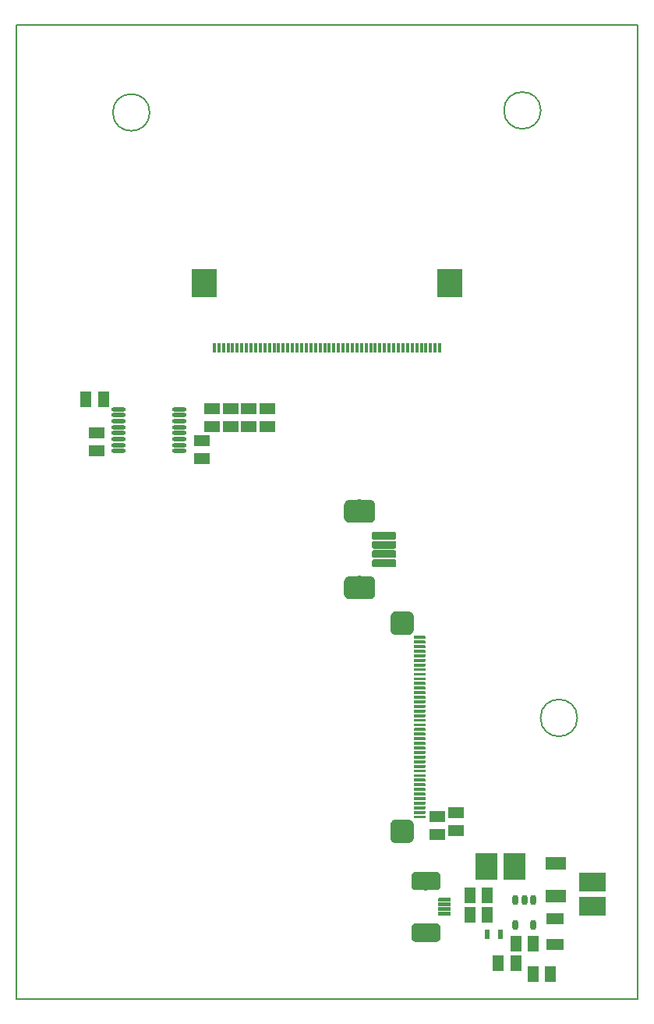
<source format=gbr>
%TF.GenerationSoftware,KiCad,Pcbnew,no-vcs-found-fea9d12~61~ubuntu16.04.1*%
%TF.CreationDate,2017-11-24T00:26:11+01:00*%
%TF.ProjectId,TFT_LCD_4_3_AM480272H2T_V1_0,5446545F4C43445F345F335F414D3438,V1_0*%
%TF.SameCoordinates,Original*%
%TF.FileFunction,Soldermask,Top*%
%TF.FilePolarity,Negative*%
%FSLAX46Y46*%
G04 Gerber Fmt 4.6, Leading zero omitted, Abs format (unit mm)*
G04 Created by KiCad (PCBNEW no-vcs-found-fea9d12~61~ubuntu16.04.1) date Fri Nov 24 00:26:11 2017*
%MOMM*%
%LPD*%
G01*
G04 APERTURE LIST*
%ADD10C,0.150000*%
%ADD11C,0.100000*%
%ADD12C,2.560000*%
%ADD13C,0.320000*%
%ADD14R,0.320000X1.020000*%
%ADD15R,2.720000X3.020000*%
%ADD16R,1.797000X1.289000*%
%ADD17R,2.350720X2.899360*%
%ADD18R,1.900000X1.200000*%
%ADD19R,1.289000X1.797000*%
%ADD20R,2.200000X1.400000*%
%ADD21R,3.000000X2.000000*%
%ADD22R,0.620000X1.020000*%
%ADD23O,0.750000X1.100760*%
%ADD24C,0.440000*%
%ADD25C,2.000000*%
%ADD26C,0.840000*%
%ADD27C,2.500000*%
%ADD28O,1.620200X0.470000*%
G04 APERTURE END LIST*
D10*
X131450000Y-47210000D02*
G75*
G03X131450000Y-47210000I-2000000J0D01*
G01*
X177900000Y-112940000D02*
G75*
G03X177900000Y-112940000I-2000000J0D01*
G01*
X173930000Y-46990000D02*
G75*
G03X173930000Y-46990000I-2000000J0D01*
G01*
X116960000Y-143450000D02*
X184460000Y-143450000D01*
X116960000Y-37750000D02*
X116960000Y-143450000D01*
X184460000Y-37750000D02*
X184460000Y-143450000D01*
X116960000Y-37750000D02*
X184460000Y-37750000D01*
D11*
%TO.C,P2*%
G36*
X159562731Y-123973082D02*
X159624858Y-123982297D01*
X159685782Y-123997558D01*
X159744917Y-124018717D01*
X159801694Y-124045570D01*
X159855565Y-124077859D01*
X159906012Y-124115273D01*
X159952548Y-124157452D01*
X159994727Y-124203988D01*
X160032141Y-124254435D01*
X160064430Y-124308306D01*
X160091283Y-124365083D01*
X160112442Y-124424218D01*
X160127703Y-124485142D01*
X160136918Y-124547269D01*
X160140000Y-124610000D01*
X160140000Y-125890000D01*
X160136918Y-125952731D01*
X160127703Y-126014858D01*
X160112442Y-126075782D01*
X160091283Y-126134917D01*
X160064430Y-126191694D01*
X160032141Y-126245565D01*
X159994727Y-126296012D01*
X159952548Y-126342548D01*
X159906012Y-126384727D01*
X159855565Y-126422141D01*
X159801694Y-126454430D01*
X159744917Y-126481283D01*
X159685782Y-126502442D01*
X159624858Y-126517703D01*
X159562731Y-126526918D01*
X159500000Y-126530000D01*
X158220000Y-126530000D01*
X158157269Y-126526918D01*
X158095142Y-126517703D01*
X158034218Y-126502442D01*
X157975083Y-126481283D01*
X157918306Y-126454430D01*
X157864435Y-126422141D01*
X157813988Y-126384727D01*
X157767452Y-126342548D01*
X157725273Y-126296012D01*
X157687859Y-126245565D01*
X157655570Y-126191694D01*
X157628717Y-126134917D01*
X157607558Y-126075782D01*
X157592297Y-126014858D01*
X157583082Y-125952731D01*
X157580000Y-125890000D01*
X157580000Y-124610000D01*
X157583082Y-124547269D01*
X157592297Y-124485142D01*
X157607558Y-124424218D01*
X157628717Y-124365083D01*
X157655570Y-124308306D01*
X157687859Y-124254435D01*
X157725273Y-124203988D01*
X157767452Y-124157452D01*
X157813988Y-124115273D01*
X157864435Y-124077859D01*
X157918306Y-124045570D01*
X157975083Y-124018717D01*
X158034218Y-123997558D01*
X158095142Y-123982297D01*
X158157269Y-123973082D01*
X158220000Y-123970000D01*
X159500000Y-123970000D01*
X159562731Y-123973082D01*
X159562731Y-123973082D01*
G37*
D12*
X158860000Y-125250000D03*
D11*
G36*
X161322841Y-105540385D02*
X161330607Y-105541537D01*
X161338223Y-105543445D01*
X161345615Y-105546090D01*
X161352712Y-105549446D01*
X161359446Y-105553482D01*
X161365751Y-105558159D01*
X161371569Y-105563431D01*
X161376841Y-105569249D01*
X161381518Y-105575554D01*
X161385554Y-105582288D01*
X161388910Y-105589385D01*
X161391555Y-105596777D01*
X161393463Y-105604393D01*
X161394615Y-105612159D01*
X161395000Y-105620000D01*
X161395000Y-105780000D01*
X161394615Y-105787841D01*
X161393463Y-105795607D01*
X161391555Y-105803223D01*
X161388910Y-105810615D01*
X161385554Y-105817712D01*
X161381518Y-105824446D01*
X161376841Y-105830751D01*
X161371569Y-105836569D01*
X161365751Y-105841841D01*
X161359446Y-105846518D01*
X161352712Y-105850554D01*
X161345615Y-105853910D01*
X161338223Y-105856555D01*
X161330607Y-105858463D01*
X161322841Y-105859615D01*
X161315000Y-105860000D01*
X160205000Y-105860000D01*
X160197159Y-105859615D01*
X160189393Y-105858463D01*
X160181777Y-105856555D01*
X160174385Y-105853910D01*
X160167288Y-105850554D01*
X160160554Y-105846518D01*
X160154249Y-105841841D01*
X160148431Y-105836569D01*
X160143159Y-105830751D01*
X160138482Y-105824446D01*
X160134446Y-105817712D01*
X160131090Y-105810615D01*
X160128445Y-105803223D01*
X160126537Y-105795607D01*
X160125385Y-105787841D01*
X160125000Y-105780000D01*
X160125000Y-105620000D01*
X160125385Y-105612159D01*
X160126537Y-105604393D01*
X160128445Y-105596777D01*
X160131090Y-105589385D01*
X160134446Y-105582288D01*
X160138482Y-105575554D01*
X160143159Y-105569249D01*
X160148431Y-105563431D01*
X160154249Y-105558159D01*
X160160554Y-105553482D01*
X160167288Y-105549446D01*
X160174385Y-105546090D01*
X160181777Y-105543445D01*
X160189393Y-105541537D01*
X160197159Y-105540385D01*
X160205000Y-105540000D01*
X161315000Y-105540000D01*
X161322841Y-105540385D01*
X161322841Y-105540385D01*
G37*
D13*
X160760000Y-105700000D03*
D11*
G36*
X159562731Y-101373082D02*
X159624858Y-101382297D01*
X159685782Y-101397558D01*
X159744917Y-101418717D01*
X159801694Y-101445570D01*
X159855565Y-101477859D01*
X159906012Y-101515273D01*
X159952548Y-101557452D01*
X159994727Y-101603988D01*
X160032141Y-101654435D01*
X160064430Y-101708306D01*
X160091283Y-101765083D01*
X160112442Y-101824218D01*
X160127703Y-101885142D01*
X160136918Y-101947269D01*
X160140000Y-102010000D01*
X160140000Y-103290000D01*
X160136918Y-103352731D01*
X160127703Y-103414858D01*
X160112442Y-103475782D01*
X160091283Y-103534917D01*
X160064430Y-103591694D01*
X160032141Y-103645565D01*
X159994727Y-103696012D01*
X159952548Y-103742548D01*
X159906012Y-103784727D01*
X159855565Y-103822141D01*
X159801694Y-103854430D01*
X159744917Y-103881283D01*
X159685782Y-103902442D01*
X159624858Y-103917703D01*
X159562731Y-103926918D01*
X159500000Y-103930000D01*
X158220000Y-103930000D01*
X158157269Y-103926918D01*
X158095142Y-103917703D01*
X158034218Y-103902442D01*
X157975083Y-103881283D01*
X157918306Y-103854430D01*
X157864435Y-103822141D01*
X157813988Y-103784727D01*
X157767452Y-103742548D01*
X157725273Y-103696012D01*
X157687859Y-103645565D01*
X157655570Y-103591694D01*
X157628717Y-103534917D01*
X157607558Y-103475782D01*
X157592297Y-103414858D01*
X157583082Y-103352731D01*
X157580000Y-103290000D01*
X157580000Y-102010000D01*
X157583082Y-101947269D01*
X157592297Y-101885142D01*
X157607558Y-101824218D01*
X157628717Y-101765083D01*
X157655570Y-101708306D01*
X157687859Y-101654435D01*
X157725273Y-101603988D01*
X157767452Y-101557452D01*
X157813988Y-101515273D01*
X157864435Y-101477859D01*
X157918306Y-101445570D01*
X157975083Y-101418717D01*
X158034218Y-101397558D01*
X158095142Y-101382297D01*
X158157269Y-101373082D01*
X158220000Y-101370000D01*
X159500000Y-101370000D01*
X159562731Y-101373082D01*
X159562731Y-101373082D01*
G37*
D12*
X158860000Y-102650000D03*
D11*
G36*
X161322841Y-107040385D02*
X161330607Y-107041537D01*
X161338223Y-107043445D01*
X161345615Y-107046090D01*
X161352712Y-107049446D01*
X161359446Y-107053482D01*
X161365751Y-107058159D01*
X161371569Y-107063431D01*
X161376841Y-107069249D01*
X161381518Y-107075554D01*
X161385554Y-107082288D01*
X161388910Y-107089385D01*
X161391555Y-107096777D01*
X161393463Y-107104393D01*
X161394615Y-107112159D01*
X161395000Y-107120000D01*
X161395000Y-107280000D01*
X161394615Y-107287841D01*
X161393463Y-107295607D01*
X161391555Y-107303223D01*
X161388910Y-107310615D01*
X161385554Y-107317712D01*
X161381518Y-107324446D01*
X161376841Y-107330751D01*
X161371569Y-107336569D01*
X161365751Y-107341841D01*
X161359446Y-107346518D01*
X161352712Y-107350554D01*
X161345615Y-107353910D01*
X161338223Y-107356555D01*
X161330607Y-107358463D01*
X161322841Y-107359615D01*
X161315000Y-107360000D01*
X160205000Y-107360000D01*
X160197159Y-107359615D01*
X160189393Y-107358463D01*
X160181777Y-107356555D01*
X160174385Y-107353910D01*
X160167288Y-107350554D01*
X160160554Y-107346518D01*
X160154249Y-107341841D01*
X160148431Y-107336569D01*
X160143159Y-107330751D01*
X160138482Y-107324446D01*
X160134446Y-107317712D01*
X160131090Y-107310615D01*
X160128445Y-107303223D01*
X160126537Y-107295607D01*
X160125385Y-107287841D01*
X160125000Y-107280000D01*
X160125000Y-107120000D01*
X160125385Y-107112159D01*
X160126537Y-107104393D01*
X160128445Y-107096777D01*
X160131090Y-107089385D01*
X160134446Y-107082288D01*
X160138482Y-107075554D01*
X160143159Y-107069249D01*
X160148431Y-107063431D01*
X160154249Y-107058159D01*
X160160554Y-107053482D01*
X160167288Y-107049446D01*
X160174385Y-107046090D01*
X160181777Y-107043445D01*
X160189393Y-107041537D01*
X160197159Y-107040385D01*
X160205000Y-107040000D01*
X161315000Y-107040000D01*
X161322841Y-107040385D01*
X161322841Y-107040385D01*
G37*
D13*
X160760000Y-107200000D03*
D11*
G36*
X161322841Y-104540385D02*
X161330607Y-104541537D01*
X161338223Y-104543445D01*
X161345615Y-104546090D01*
X161352712Y-104549446D01*
X161359446Y-104553482D01*
X161365751Y-104558159D01*
X161371569Y-104563431D01*
X161376841Y-104569249D01*
X161381518Y-104575554D01*
X161385554Y-104582288D01*
X161388910Y-104589385D01*
X161391555Y-104596777D01*
X161393463Y-104604393D01*
X161394615Y-104612159D01*
X161395000Y-104620000D01*
X161395000Y-104780000D01*
X161394615Y-104787841D01*
X161393463Y-104795607D01*
X161391555Y-104803223D01*
X161388910Y-104810615D01*
X161385554Y-104817712D01*
X161381518Y-104824446D01*
X161376841Y-104830751D01*
X161371569Y-104836569D01*
X161365751Y-104841841D01*
X161359446Y-104846518D01*
X161352712Y-104850554D01*
X161345615Y-104853910D01*
X161338223Y-104856555D01*
X161330607Y-104858463D01*
X161322841Y-104859615D01*
X161315000Y-104860000D01*
X160205000Y-104860000D01*
X160197159Y-104859615D01*
X160189393Y-104858463D01*
X160181777Y-104856555D01*
X160174385Y-104853910D01*
X160167288Y-104850554D01*
X160160554Y-104846518D01*
X160154249Y-104841841D01*
X160148431Y-104836569D01*
X160143159Y-104830751D01*
X160138482Y-104824446D01*
X160134446Y-104817712D01*
X160131090Y-104810615D01*
X160128445Y-104803223D01*
X160126537Y-104795607D01*
X160125385Y-104787841D01*
X160125000Y-104780000D01*
X160125000Y-104620000D01*
X160125385Y-104612159D01*
X160126537Y-104604393D01*
X160128445Y-104596777D01*
X160131090Y-104589385D01*
X160134446Y-104582288D01*
X160138482Y-104575554D01*
X160143159Y-104569249D01*
X160148431Y-104563431D01*
X160154249Y-104558159D01*
X160160554Y-104553482D01*
X160167288Y-104549446D01*
X160174385Y-104546090D01*
X160181777Y-104543445D01*
X160189393Y-104541537D01*
X160197159Y-104540385D01*
X160205000Y-104540000D01*
X161315000Y-104540000D01*
X161322841Y-104540385D01*
X161322841Y-104540385D01*
G37*
D13*
X160760000Y-104700000D03*
D11*
G36*
X161322841Y-107540385D02*
X161330607Y-107541537D01*
X161338223Y-107543445D01*
X161345615Y-107546090D01*
X161352712Y-107549446D01*
X161359446Y-107553482D01*
X161365751Y-107558159D01*
X161371569Y-107563431D01*
X161376841Y-107569249D01*
X161381518Y-107575554D01*
X161385554Y-107582288D01*
X161388910Y-107589385D01*
X161391555Y-107596777D01*
X161393463Y-107604393D01*
X161394615Y-107612159D01*
X161395000Y-107620000D01*
X161395000Y-107780000D01*
X161394615Y-107787841D01*
X161393463Y-107795607D01*
X161391555Y-107803223D01*
X161388910Y-107810615D01*
X161385554Y-107817712D01*
X161381518Y-107824446D01*
X161376841Y-107830751D01*
X161371569Y-107836569D01*
X161365751Y-107841841D01*
X161359446Y-107846518D01*
X161352712Y-107850554D01*
X161345615Y-107853910D01*
X161338223Y-107856555D01*
X161330607Y-107858463D01*
X161322841Y-107859615D01*
X161315000Y-107860000D01*
X160205000Y-107860000D01*
X160197159Y-107859615D01*
X160189393Y-107858463D01*
X160181777Y-107856555D01*
X160174385Y-107853910D01*
X160167288Y-107850554D01*
X160160554Y-107846518D01*
X160154249Y-107841841D01*
X160148431Y-107836569D01*
X160143159Y-107830751D01*
X160138482Y-107824446D01*
X160134446Y-107817712D01*
X160131090Y-107810615D01*
X160128445Y-107803223D01*
X160126537Y-107795607D01*
X160125385Y-107787841D01*
X160125000Y-107780000D01*
X160125000Y-107620000D01*
X160125385Y-107612159D01*
X160126537Y-107604393D01*
X160128445Y-107596777D01*
X160131090Y-107589385D01*
X160134446Y-107582288D01*
X160138482Y-107575554D01*
X160143159Y-107569249D01*
X160148431Y-107563431D01*
X160154249Y-107558159D01*
X160160554Y-107553482D01*
X160167288Y-107549446D01*
X160174385Y-107546090D01*
X160181777Y-107543445D01*
X160189393Y-107541537D01*
X160197159Y-107540385D01*
X160205000Y-107540000D01*
X161315000Y-107540000D01*
X161322841Y-107540385D01*
X161322841Y-107540385D01*
G37*
D13*
X160760000Y-107700000D03*
D11*
G36*
X161322841Y-105040385D02*
X161330607Y-105041537D01*
X161338223Y-105043445D01*
X161345615Y-105046090D01*
X161352712Y-105049446D01*
X161359446Y-105053482D01*
X161365751Y-105058159D01*
X161371569Y-105063431D01*
X161376841Y-105069249D01*
X161381518Y-105075554D01*
X161385554Y-105082288D01*
X161388910Y-105089385D01*
X161391555Y-105096777D01*
X161393463Y-105104393D01*
X161394615Y-105112159D01*
X161395000Y-105120000D01*
X161395000Y-105280000D01*
X161394615Y-105287841D01*
X161393463Y-105295607D01*
X161391555Y-105303223D01*
X161388910Y-105310615D01*
X161385554Y-105317712D01*
X161381518Y-105324446D01*
X161376841Y-105330751D01*
X161371569Y-105336569D01*
X161365751Y-105341841D01*
X161359446Y-105346518D01*
X161352712Y-105350554D01*
X161345615Y-105353910D01*
X161338223Y-105356555D01*
X161330607Y-105358463D01*
X161322841Y-105359615D01*
X161315000Y-105360000D01*
X160205000Y-105360000D01*
X160197159Y-105359615D01*
X160189393Y-105358463D01*
X160181777Y-105356555D01*
X160174385Y-105353910D01*
X160167288Y-105350554D01*
X160160554Y-105346518D01*
X160154249Y-105341841D01*
X160148431Y-105336569D01*
X160143159Y-105330751D01*
X160138482Y-105324446D01*
X160134446Y-105317712D01*
X160131090Y-105310615D01*
X160128445Y-105303223D01*
X160126537Y-105295607D01*
X160125385Y-105287841D01*
X160125000Y-105280000D01*
X160125000Y-105120000D01*
X160125385Y-105112159D01*
X160126537Y-105104393D01*
X160128445Y-105096777D01*
X160131090Y-105089385D01*
X160134446Y-105082288D01*
X160138482Y-105075554D01*
X160143159Y-105069249D01*
X160148431Y-105063431D01*
X160154249Y-105058159D01*
X160160554Y-105053482D01*
X160167288Y-105049446D01*
X160174385Y-105046090D01*
X160181777Y-105043445D01*
X160189393Y-105041537D01*
X160197159Y-105040385D01*
X160205000Y-105040000D01*
X161315000Y-105040000D01*
X161322841Y-105040385D01*
X161322841Y-105040385D01*
G37*
D13*
X160760000Y-105200000D03*
D11*
G36*
X161322841Y-104040385D02*
X161330607Y-104041537D01*
X161338223Y-104043445D01*
X161345615Y-104046090D01*
X161352712Y-104049446D01*
X161359446Y-104053482D01*
X161365751Y-104058159D01*
X161371569Y-104063431D01*
X161376841Y-104069249D01*
X161381518Y-104075554D01*
X161385554Y-104082288D01*
X161388910Y-104089385D01*
X161391555Y-104096777D01*
X161393463Y-104104393D01*
X161394615Y-104112159D01*
X161395000Y-104120000D01*
X161395000Y-104280000D01*
X161394615Y-104287841D01*
X161393463Y-104295607D01*
X161391555Y-104303223D01*
X161388910Y-104310615D01*
X161385554Y-104317712D01*
X161381518Y-104324446D01*
X161376841Y-104330751D01*
X161371569Y-104336569D01*
X161365751Y-104341841D01*
X161359446Y-104346518D01*
X161352712Y-104350554D01*
X161345615Y-104353910D01*
X161338223Y-104356555D01*
X161330607Y-104358463D01*
X161322841Y-104359615D01*
X161315000Y-104360000D01*
X160205000Y-104360000D01*
X160197159Y-104359615D01*
X160189393Y-104358463D01*
X160181777Y-104356555D01*
X160174385Y-104353910D01*
X160167288Y-104350554D01*
X160160554Y-104346518D01*
X160154249Y-104341841D01*
X160148431Y-104336569D01*
X160143159Y-104330751D01*
X160138482Y-104324446D01*
X160134446Y-104317712D01*
X160131090Y-104310615D01*
X160128445Y-104303223D01*
X160126537Y-104295607D01*
X160125385Y-104287841D01*
X160125000Y-104280000D01*
X160125000Y-104120000D01*
X160125385Y-104112159D01*
X160126537Y-104104393D01*
X160128445Y-104096777D01*
X160131090Y-104089385D01*
X160134446Y-104082288D01*
X160138482Y-104075554D01*
X160143159Y-104069249D01*
X160148431Y-104063431D01*
X160154249Y-104058159D01*
X160160554Y-104053482D01*
X160167288Y-104049446D01*
X160174385Y-104046090D01*
X160181777Y-104043445D01*
X160189393Y-104041537D01*
X160197159Y-104040385D01*
X160205000Y-104040000D01*
X161315000Y-104040000D01*
X161322841Y-104040385D01*
X161322841Y-104040385D01*
G37*
D13*
X160760000Y-104200000D03*
D11*
G36*
X161322841Y-106040385D02*
X161330607Y-106041537D01*
X161338223Y-106043445D01*
X161345615Y-106046090D01*
X161352712Y-106049446D01*
X161359446Y-106053482D01*
X161365751Y-106058159D01*
X161371569Y-106063431D01*
X161376841Y-106069249D01*
X161381518Y-106075554D01*
X161385554Y-106082288D01*
X161388910Y-106089385D01*
X161391555Y-106096777D01*
X161393463Y-106104393D01*
X161394615Y-106112159D01*
X161395000Y-106120000D01*
X161395000Y-106280000D01*
X161394615Y-106287841D01*
X161393463Y-106295607D01*
X161391555Y-106303223D01*
X161388910Y-106310615D01*
X161385554Y-106317712D01*
X161381518Y-106324446D01*
X161376841Y-106330751D01*
X161371569Y-106336569D01*
X161365751Y-106341841D01*
X161359446Y-106346518D01*
X161352712Y-106350554D01*
X161345615Y-106353910D01*
X161338223Y-106356555D01*
X161330607Y-106358463D01*
X161322841Y-106359615D01*
X161315000Y-106360000D01*
X160205000Y-106360000D01*
X160197159Y-106359615D01*
X160189393Y-106358463D01*
X160181777Y-106356555D01*
X160174385Y-106353910D01*
X160167288Y-106350554D01*
X160160554Y-106346518D01*
X160154249Y-106341841D01*
X160148431Y-106336569D01*
X160143159Y-106330751D01*
X160138482Y-106324446D01*
X160134446Y-106317712D01*
X160131090Y-106310615D01*
X160128445Y-106303223D01*
X160126537Y-106295607D01*
X160125385Y-106287841D01*
X160125000Y-106280000D01*
X160125000Y-106120000D01*
X160125385Y-106112159D01*
X160126537Y-106104393D01*
X160128445Y-106096777D01*
X160131090Y-106089385D01*
X160134446Y-106082288D01*
X160138482Y-106075554D01*
X160143159Y-106069249D01*
X160148431Y-106063431D01*
X160154249Y-106058159D01*
X160160554Y-106053482D01*
X160167288Y-106049446D01*
X160174385Y-106046090D01*
X160181777Y-106043445D01*
X160189393Y-106041537D01*
X160197159Y-106040385D01*
X160205000Y-106040000D01*
X161315000Y-106040000D01*
X161322841Y-106040385D01*
X161322841Y-106040385D01*
G37*
D13*
X160760000Y-106200000D03*
D11*
G36*
X161322841Y-106540385D02*
X161330607Y-106541537D01*
X161338223Y-106543445D01*
X161345615Y-106546090D01*
X161352712Y-106549446D01*
X161359446Y-106553482D01*
X161365751Y-106558159D01*
X161371569Y-106563431D01*
X161376841Y-106569249D01*
X161381518Y-106575554D01*
X161385554Y-106582288D01*
X161388910Y-106589385D01*
X161391555Y-106596777D01*
X161393463Y-106604393D01*
X161394615Y-106612159D01*
X161395000Y-106620000D01*
X161395000Y-106780000D01*
X161394615Y-106787841D01*
X161393463Y-106795607D01*
X161391555Y-106803223D01*
X161388910Y-106810615D01*
X161385554Y-106817712D01*
X161381518Y-106824446D01*
X161376841Y-106830751D01*
X161371569Y-106836569D01*
X161365751Y-106841841D01*
X161359446Y-106846518D01*
X161352712Y-106850554D01*
X161345615Y-106853910D01*
X161338223Y-106856555D01*
X161330607Y-106858463D01*
X161322841Y-106859615D01*
X161315000Y-106860000D01*
X160205000Y-106860000D01*
X160197159Y-106859615D01*
X160189393Y-106858463D01*
X160181777Y-106856555D01*
X160174385Y-106853910D01*
X160167288Y-106850554D01*
X160160554Y-106846518D01*
X160154249Y-106841841D01*
X160148431Y-106836569D01*
X160143159Y-106830751D01*
X160138482Y-106824446D01*
X160134446Y-106817712D01*
X160131090Y-106810615D01*
X160128445Y-106803223D01*
X160126537Y-106795607D01*
X160125385Y-106787841D01*
X160125000Y-106780000D01*
X160125000Y-106620000D01*
X160125385Y-106612159D01*
X160126537Y-106604393D01*
X160128445Y-106596777D01*
X160131090Y-106589385D01*
X160134446Y-106582288D01*
X160138482Y-106575554D01*
X160143159Y-106569249D01*
X160148431Y-106563431D01*
X160154249Y-106558159D01*
X160160554Y-106553482D01*
X160167288Y-106549446D01*
X160174385Y-106546090D01*
X160181777Y-106543445D01*
X160189393Y-106541537D01*
X160197159Y-106540385D01*
X160205000Y-106540000D01*
X161315000Y-106540000D01*
X161322841Y-106540385D01*
X161322841Y-106540385D01*
G37*
D13*
X160760000Y-106700000D03*
D11*
G36*
X161322841Y-112040385D02*
X161330607Y-112041537D01*
X161338223Y-112043445D01*
X161345615Y-112046090D01*
X161352712Y-112049446D01*
X161359446Y-112053482D01*
X161365751Y-112058159D01*
X161371569Y-112063431D01*
X161376841Y-112069249D01*
X161381518Y-112075554D01*
X161385554Y-112082288D01*
X161388910Y-112089385D01*
X161391555Y-112096777D01*
X161393463Y-112104393D01*
X161394615Y-112112159D01*
X161395000Y-112120000D01*
X161395000Y-112280000D01*
X161394615Y-112287841D01*
X161393463Y-112295607D01*
X161391555Y-112303223D01*
X161388910Y-112310615D01*
X161385554Y-112317712D01*
X161381518Y-112324446D01*
X161376841Y-112330751D01*
X161371569Y-112336569D01*
X161365751Y-112341841D01*
X161359446Y-112346518D01*
X161352712Y-112350554D01*
X161345615Y-112353910D01*
X161338223Y-112356555D01*
X161330607Y-112358463D01*
X161322841Y-112359615D01*
X161315000Y-112360000D01*
X160205000Y-112360000D01*
X160197159Y-112359615D01*
X160189393Y-112358463D01*
X160181777Y-112356555D01*
X160174385Y-112353910D01*
X160167288Y-112350554D01*
X160160554Y-112346518D01*
X160154249Y-112341841D01*
X160148431Y-112336569D01*
X160143159Y-112330751D01*
X160138482Y-112324446D01*
X160134446Y-112317712D01*
X160131090Y-112310615D01*
X160128445Y-112303223D01*
X160126537Y-112295607D01*
X160125385Y-112287841D01*
X160125000Y-112280000D01*
X160125000Y-112120000D01*
X160125385Y-112112159D01*
X160126537Y-112104393D01*
X160128445Y-112096777D01*
X160131090Y-112089385D01*
X160134446Y-112082288D01*
X160138482Y-112075554D01*
X160143159Y-112069249D01*
X160148431Y-112063431D01*
X160154249Y-112058159D01*
X160160554Y-112053482D01*
X160167288Y-112049446D01*
X160174385Y-112046090D01*
X160181777Y-112043445D01*
X160189393Y-112041537D01*
X160197159Y-112040385D01*
X160205000Y-112040000D01*
X161315000Y-112040000D01*
X161322841Y-112040385D01*
X161322841Y-112040385D01*
G37*
D13*
X160760000Y-112200000D03*
D11*
G36*
X161322841Y-111540385D02*
X161330607Y-111541537D01*
X161338223Y-111543445D01*
X161345615Y-111546090D01*
X161352712Y-111549446D01*
X161359446Y-111553482D01*
X161365751Y-111558159D01*
X161371569Y-111563431D01*
X161376841Y-111569249D01*
X161381518Y-111575554D01*
X161385554Y-111582288D01*
X161388910Y-111589385D01*
X161391555Y-111596777D01*
X161393463Y-111604393D01*
X161394615Y-111612159D01*
X161395000Y-111620000D01*
X161395000Y-111780000D01*
X161394615Y-111787841D01*
X161393463Y-111795607D01*
X161391555Y-111803223D01*
X161388910Y-111810615D01*
X161385554Y-111817712D01*
X161381518Y-111824446D01*
X161376841Y-111830751D01*
X161371569Y-111836569D01*
X161365751Y-111841841D01*
X161359446Y-111846518D01*
X161352712Y-111850554D01*
X161345615Y-111853910D01*
X161338223Y-111856555D01*
X161330607Y-111858463D01*
X161322841Y-111859615D01*
X161315000Y-111860000D01*
X160205000Y-111860000D01*
X160197159Y-111859615D01*
X160189393Y-111858463D01*
X160181777Y-111856555D01*
X160174385Y-111853910D01*
X160167288Y-111850554D01*
X160160554Y-111846518D01*
X160154249Y-111841841D01*
X160148431Y-111836569D01*
X160143159Y-111830751D01*
X160138482Y-111824446D01*
X160134446Y-111817712D01*
X160131090Y-111810615D01*
X160128445Y-111803223D01*
X160126537Y-111795607D01*
X160125385Y-111787841D01*
X160125000Y-111780000D01*
X160125000Y-111620000D01*
X160125385Y-111612159D01*
X160126537Y-111604393D01*
X160128445Y-111596777D01*
X160131090Y-111589385D01*
X160134446Y-111582288D01*
X160138482Y-111575554D01*
X160143159Y-111569249D01*
X160148431Y-111563431D01*
X160154249Y-111558159D01*
X160160554Y-111553482D01*
X160167288Y-111549446D01*
X160174385Y-111546090D01*
X160181777Y-111543445D01*
X160189393Y-111541537D01*
X160197159Y-111540385D01*
X160205000Y-111540000D01*
X161315000Y-111540000D01*
X161322841Y-111540385D01*
X161322841Y-111540385D01*
G37*
D13*
X160760000Y-111700000D03*
D11*
G36*
X161322841Y-108040385D02*
X161330607Y-108041537D01*
X161338223Y-108043445D01*
X161345615Y-108046090D01*
X161352712Y-108049446D01*
X161359446Y-108053482D01*
X161365751Y-108058159D01*
X161371569Y-108063431D01*
X161376841Y-108069249D01*
X161381518Y-108075554D01*
X161385554Y-108082288D01*
X161388910Y-108089385D01*
X161391555Y-108096777D01*
X161393463Y-108104393D01*
X161394615Y-108112159D01*
X161395000Y-108120000D01*
X161395000Y-108280000D01*
X161394615Y-108287841D01*
X161393463Y-108295607D01*
X161391555Y-108303223D01*
X161388910Y-108310615D01*
X161385554Y-108317712D01*
X161381518Y-108324446D01*
X161376841Y-108330751D01*
X161371569Y-108336569D01*
X161365751Y-108341841D01*
X161359446Y-108346518D01*
X161352712Y-108350554D01*
X161345615Y-108353910D01*
X161338223Y-108356555D01*
X161330607Y-108358463D01*
X161322841Y-108359615D01*
X161315000Y-108360000D01*
X160205000Y-108360000D01*
X160197159Y-108359615D01*
X160189393Y-108358463D01*
X160181777Y-108356555D01*
X160174385Y-108353910D01*
X160167288Y-108350554D01*
X160160554Y-108346518D01*
X160154249Y-108341841D01*
X160148431Y-108336569D01*
X160143159Y-108330751D01*
X160138482Y-108324446D01*
X160134446Y-108317712D01*
X160131090Y-108310615D01*
X160128445Y-108303223D01*
X160126537Y-108295607D01*
X160125385Y-108287841D01*
X160125000Y-108280000D01*
X160125000Y-108120000D01*
X160125385Y-108112159D01*
X160126537Y-108104393D01*
X160128445Y-108096777D01*
X160131090Y-108089385D01*
X160134446Y-108082288D01*
X160138482Y-108075554D01*
X160143159Y-108069249D01*
X160148431Y-108063431D01*
X160154249Y-108058159D01*
X160160554Y-108053482D01*
X160167288Y-108049446D01*
X160174385Y-108046090D01*
X160181777Y-108043445D01*
X160189393Y-108041537D01*
X160197159Y-108040385D01*
X160205000Y-108040000D01*
X161315000Y-108040000D01*
X161322841Y-108040385D01*
X161322841Y-108040385D01*
G37*
D13*
X160760000Y-108200000D03*
D11*
G36*
X161322841Y-110040385D02*
X161330607Y-110041537D01*
X161338223Y-110043445D01*
X161345615Y-110046090D01*
X161352712Y-110049446D01*
X161359446Y-110053482D01*
X161365751Y-110058159D01*
X161371569Y-110063431D01*
X161376841Y-110069249D01*
X161381518Y-110075554D01*
X161385554Y-110082288D01*
X161388910Y-110089385D01*
X161391555Y-110096777D01*
X161393463Y-110104393D01*
X161394615Y-110112159D01*
X161395000Y-110120000D01*
X161395000Y-110280000D01*
X161394615Y-110287841D01*
X161393463Y-110295607D01*
X161391555Y-110303223D01*
X161388910Y-110310615D01*
X161385554Y-110317712D01*
X161381518Y-110324446D01*
X161376841Y-110330751D01*
X161371569Y-110336569D01*
X161365751Y-110341841D01*
X161359446Y-110346518D01*
X161352712Y-110350554D01*
X161345615Y-110353910D01*
X161338223Y-110356555D01*
X161330607Y-110358463D01*
X161322841Y-110359615D01*
X161315000Y-110360000D01*
X160205000Y-110360000D01*
X160197159Y-110359615D01*
X160189393Y-110358463D01*
X160181777Y-110356555D01*
X160174385Y-110353910D01*
X160167288Y-110350554D01*
X160160554Y-110346518D01*
X160154249Y-110341841D01*
X160148431Y-110336569D01*
X160143159Y-110330751D01*
X160138482Y-110324446D01*
X160134446Y-110317712D01*
X160131090Y-110310615D01*
X160128445Y-110303223D01*
X160126537Y-110295607D01*
X160125385Y-110287841D01*
X160125000Y-110280000D01*
X160125000Y-110120000D01*
X160125385Y-110112159D01*
X160126537Y-110104393D01*
X160128445Y-110096777D01*
X160131090Y-110089385D01*
X160134446Y-110082288D01*
X160138482Y-110075554D01*
X160143159Y-110069249D01*
X160148431Y-110063431D01*
X160154249Y-110058159D01*
X160160554Y-110053482D01*
X160167288Y-110049446D01*
X160174385Y-110046090D01*
X160181777Y-110043445D01*
X160189393Y-110041537D01*
X160197159Y-110040385D01*
X160205000Y-110040000D01*
X161315000Y-110040000D01*
X161322841Y-110040385D01*
X161322841Y-110040385D01*
G37*
D13*
X160760000Y-110200000D03*
D11*
G36*
X161322841Y-109040385D02*
X161330607Y-109041537D01*
X161338223Y-109043445D01*
X161345615Y-109046090D01*
X161352712Y-109049446D01*
X161359446Y-109053482D01*
X161365751Y-109058159D01*
X161371569Y-109063431D01*
X161376841Y-109069249D01*
X161381518Y-109075554D01*
X161385554Y-109082288D01*
X161388910Y-109089385D01*
X161391555Y-109096777D01*
X161393463Y-109104393D01*
X161394615Y-109112159D01*
X161395000Y-109120000D01*
X161395000Y-109280000D01*
X161394615Y-109287841D01*
X161393463Y-109295607D01*
X161391555Y-109303223D01*
X161388910Y-109310615D01*
X161385554Y-109317712D01*
X161381518Y-109324446D01*
X161376841Y-109330751D01*
X161371569Y-109336569D01*
X161365751Y-109341841D01*
X161359446Y-109346518D01*
X161352712Y-109350554D01*
X161345615Y-109353910D01*
X161338223Y-109356555D01*
X161330607Y-109358463D01*
X161322841Y-109359615D01*
X161315000Y-109360000D01*
X160205000Y-109360000D01*
X160197159Y-109359615D01*
X160189393Y-109358463D01*
X160181777Y-109356555D01*
X160174385Y-109353910D01*
X160167288Y-109350554D01*
X160160554Y-109346518D01*
X160154249Y-109341841D01*
X160148431Y-109336569D01*
X160143159Y-109330751D01*
X160138482Y-109324446D01*
X160134446Y-109317712D01*
X160131090Y-109310615D01*
X160128445Y-109303223D01*
X160126537Y-109295607D01*
X160125385Y-109287841D01*
X160125000Y-109280000D01*
X160125000Y-109120000D01*
X160125385Y-109112159D01*
X160126537Y-109104393D01*
X160128445Y-109096777D01*
X160131090Y-109089385D01*
X160134446Y-109082288D01*
X160138482Y-109075554D01*
X160143159Y-109069249D01*
X160148431Y-109063431D01*
X160154249Y-109058159D01*
X160160554Y-109053482D01*
X160167288Y-109049446D01*
X160174385Y-109046090D01*
X160181777Y-109043445D01*
X160189393Y-109041537D01*
X160197159Y-109040385D01*
X160205000Y-109040000D01*
X161315000Y-109040000D01*
X161322841Y-109040385D01*
X161322841Y-109040385D01*
G37*
D13*
X160760000Y-109200000D03*
D11*
G36*
X161322841Y-112540385D02*
X161330607Y-112541537D01*
X161338223Y-112543445D01*
X161345615Y-112546090D01*
X161352712Y-112549446D01*
X161359446Y-112553482D01*
X161365751Y-112558159D01*
X161371569Y-112563431D01*
X161376841Y-112569249D01*
X161381518Y-112575554D01*
X161385554Y-112582288D01*
X161388910Y-112589385D01*
X161391555Y-112596777D01*
X161393463Y-112604393D01*
X161394615Y-112612159D01*
X161395000Y-112620000D01*
X161395000Y-112780000D01*
X161394615Y-112787841D01*
X161393463Y-112795607D01*
X161391555Y-112803223D01*
X161388910Y-112810615D01*
X161385554Y-112817712D01*
X161381518Y-112824446D01*
X161376841Y-112830751D01*
X161371569Y-112836569D01*
X161365751Y-112841841D01*
X161359446Y-112846518D01*
X161352712Y-112850554D01*
X161345615Y-112853910D01*
X161338223Y-112856555D01*
X161330607Y-112858463D01*
X161322841Y-112859615D01*
X161315000Y-112860000D01*
X160205000Y-112860000D01*
X160197159Y-112859615D01*
X160189393Y-112858463D01*
X160181777Y-112856555D01*
X160174385Y-112853910D01*
X160167288Y-112850554D01*
X160160554Y-112846518D01*
X160154249Y-112841841D01*
X160148431Y-112836569D01*
X160143159Y-112830751D01*
X160138482Y-112824446D01*
X160134446Y-112817712D01*
X160131090Y-112810615D01*
X160128445Y-112803223D01*
X160126537Y-112795607D01*
X160125385Y-112787841D01*
X160125000Y-112780000D01*
X160125000Y-112620000D01*
X160125385Y-112612159D01*
X160126537Y-112604393D01*
X160128445Y-112596777D01*
X160131090Y-112589385D01*
X160134446Y-112582288D01*
X160138482Y-112575554D01*
X160143159Y-112569249D01*
X160148431Y-112563431D01*
X160154249Y-112558159D01*
X160160554Y-112553482D01*
X160167288Y-112549446D01*
X160174385Y-112546090D01*
X160181777Y-112543445D01*
X160189393Y-112541537D01*
X160197159Y-112540385D01*
X160205000Y-112540000D01*
X161315000Y-112540000D01*
X161322841Y-112540385D01*
X161322841Y-112540385D01*
G37*
D13*
X160760000Y-112700000D03*
D11*
G36*
X161322841Y-111040385D02*
X161330607Y-111041537D01*
X161338223Y-111043445D01*
X161345615Y-111046090D01*
X161352712Y-111049446D01*
X161359446Y-111053482D01*
X161365751Y-111058159D01*
X161371569Y-111063431D01*
X161376841Y-111069249D01*
X161381518Y-111075554D01*
X161385554Y-111082288D01*
X161388910Y-111089385D01*
X161391555Y-111096777D01*
X161393463Y-111104393D01*
X161394615Y-111112159D01*
X161395000Y-111120000D01*
X161395000Y-111280000D01*
X161394615Y-111287841D01*
X161393463Y-111295607D01*
X161391555Y-111303223D01*
X161388910Y-111310615D01*
X161385554Y-111317712D01*
X161381518Y-111324446D01*
X161376841Y-111330751D01*
X161371569Y-111336569D01*
X161365751Y-111341841D01*
X161359446Y-111346518D01*
X161352712Y-111350554D01*
X161345615Y-111353910D01*
X161338223Y-111356555D01*
X161330607Y-111358463D01*
X161322841Y-111359615D01*
X161315000Y-111360000D01*
X160205000Y-111360000D01*
X160197159Y-111359615D01*
X160189393Y-111358463D01*
X160181777Y-111356555D01*
X160174385Y-111353910D01*
X160167288Y-111350554D01*
X160160554Y-111346518D01*
X160154249Y-111341841D01*
X160148431Y-111336569D01*
X160143159Y-111330751D01*
X160138482Y-111324446D01*
X160134446Y-111317712D01*
X160131090Y-111310615D01*
X160128445Y-111303223D01*
X160126537Y-111295607D01*
X160125385Y-111287841D01*
X160125000Y-111280000D01*
X160125000Y-111120000D01*
X160125385Y-111112159D01*
X160126537Y-111104393D01*
X160128445Y-111096777D01*
X160131090Y-111089385D01*
X160134446Y-111082288D01*
X160138482Y-111075554D01*
X160143159Y-111069249D01*
X160148431Y-111063431D01*
X160154249Y-111058159D01*
X160160554Y-111053482D01*
X160167288Y-111049446D01*
X160174385Y-111046090D01*
X160181777Y-111043445D01*
X160189393Y-111041537D01*
X160197159Y-111040385D01*
X160205000Y-111040000D01*
X161315000Y-111040000D01*
X161322841Y-111040385D01*
X161322841Y-111040385D01*
G37*
D13*
X160760000Y-111200000D03*
D11*
G36*
X161322841Y-108540385D02*
X161330607Y-108541537D01*
X161338223Y-108543445D01*
X161345615Y-108546090D01*
X161352712Y-108549446D01*
X161359446Y-108553482D01*
X161365751Y-108558159D01*
X161371569Y-108563431D01*
X161376841Y-108569249D01*
X161381518Y-108575554D01*
X161385554Y-108582288D01*
X161388910Y-108589385D01*
X161391555Y-108596777D01*
X161393463Y-108604393D01*
X161394615Y-108612159D01*
X161395000Y-108620000D01*
X161395000Y-108780000D01*
X161394615Y-108787841D01*
X161393463Y-108795607D01*
X161391555Y-108803223D01*
X161388910Y-108810615D01*
X161385554Y-108817712D01*
X161381518Y-108824446D01*
X161376841Y-108830751D01*
X161371569Y-108836569D01*
X161365751Y-108841841D01*
X161359446Y-108846518D01*
X161352712Y-108850554D01*
X161345615Y-108853910D01*
X161338223Y-108856555D01*
X161330607Y-108858463D01*
X161322841Y-108859615D01*
X161315000Y-108860000D01*
X160205000Y-108860000D01*
X160197159Y-108859615D01*
X160189393Y-108858463D01*
X160181777Y-108856555D01*
X160174385Y-108853910D01*
X160167288Y-108850554D01*
X160160554Y-108846518D01*
X160154249Y-108841841D01*
X160148431Y-108836569D01*
X160143159Y-108830751D01*
X160138482Y-108824446D01*
X160134446Y-108817712D01*
X160131090Y-108810615D01*
X160128445Y-108803223D01*
X160126537Y-108795607D01*
X160125385Y-108787841D01*
X160125000Y-108780000D01*
X160125000Y-108620000D01*
X160125385Y-108612159D01*
X160126537Y-108604393D01*
X160128445Y-108596777D01*
X160131090Y-108589385D01*
X160134446Y-108582288D01*
X160138482Y-108575554D01*
X160143159Y-108569249D01*
X160148431Y-108563431D01*
X160154249Y-108558159D01*
X160160554Y-108553482D01*
X160167288Y-108549446D01*
X160174385Y-108546090D01*
X160181777Y-108543445D01*
X160189393Y-108541537D01*
X160197159Y-108540385D01*
X160205000Y-108540000D01*
X161315000Y-108540000D01*
X161322841Y-108540385D01*
X161322841Y-108540385D01*
G37*
D13*
X160760000Y-108700000D03*
D11*
G36*
X161322841Y-115540385D02*
X161330607Y-115541537D01*
X161338223Y-115543445D01*
X161345615Y-115546090D01*
X161352712Y-115549446D01*
X161359446Y-115553482D01*
X161365751Y-115558159D01*
X161371569Y-115563431D01*
X161376841Y-115569249D01*
X161381518Y-115575554D01*
X161385554Y-115582288D01*
X161388910Y-115589385D01*
X161391555Y-115596777D01*
X161393463Y-115604393D01*
X161394615Y-115612159D01*
X161395000Y-115620000D01*
X161395000Y-115780000D01*
X161394615Y-115787841D01*
X161393463Y-115795607D01*
X161391555Y-115803223D01*
X161388910Y-115810615D01*
X161385554Y-115817712D01*
X161381518Y-115824446D01*
X161376841Y-115830751D01*
X161371569Y-115836569D01*
X161365751Y-115841841D01*
X161359446Y-115846518D01*
X161352712Y-115850554D01*
X161345615Y-115853910D01*
X161338223Y-115856555D01*
X161330607Y-115858463D01*
X161322841Y-115859615D01*
X161315000Y-115860000D01*
X160205000Y-115860000D01*
X160197159Y-115859615D01*
X160189393Y-115858463D01*
X160181777Y-115856555D01*
X160174385Y-115853910D01*
X160167288Y-115850554D01*
X160160554Y-115846518D01*
X160154249Y-115841841D01*
X160148431Y-115836569D01*
X160143159Y-115830751D01*
X160138482Y-115824446D01*
X160134446Y-115817712D01*
X160131090Y-115810615D01*
X160128445Y-115803223D01*
X160126537Y-115795607D01*
X160125385Y-115787841D01*
X160125000Y-115780000D01*
X160125000Y-115620000D01*
X160125385Y-115612159D01*
X160126537Y-115604393D01*
X160128445Y-115596777D01*
X160131090Y-115589385D01*
X160134446Y-115582288D01*
X160138482Y-115575554D01*
X160143159Y-115569249D01*
X160148431Y-115563431D01*
X160154249Y-115558159D01*
X160160554Y-115553482D01*
X160167288Y-115549446D01*
X160174385Y-115546090D01*
X160181777Y-115543445D01*
X160189393Y-115541537D01*
X160197159Y-115540385D01*
X160205000Y-115540000D01*
X161315000Y-115540000D01*
X161322841Y-115540385D01*
X161322841Y-115540385D01*
G37*
D13*
X160760000Y-115700000D03*
D11*
G36*
X161322841Y-115040385D02*
X161330607Y-115041537D01*
X161338223Y-115043445D01*
X161345615Y-115046090D01*
X161352712Y-115049446D01*
X161359446Y-115053482D01*
X161365751Y-115058159D01*
X161371569Y-115063431D01*
X161376841Y-115069249D01*
X161381518Y-115075554D01*
X161385554Y-115082288D01*
X161388910Y-115089385D01*
X161391555Y-115096777D01*
X161393463Y-115104393D01*
X161394615Y-115112159D01*
X161395000Y-115120000D01*
X161395000Y-115280000D01*
X161394615Y-115287841D01*
X161393463Y-115295607D01*
X161391555Y-115303223D01*
X161388910Y-115310615D01*
X161385554Y-115317712D01*
X161381518Y-115324446D01*
X161376841Y-115330751D01*
X161371569Y-115336569D01*
X161365751Y-115341841D01*
X161359446Y-115346518D01*
X161352712Y-115350554D01*
X161345615Y-115353910D01*
X161338223Y-115356555D01*
X161330607Y-115358463D01*
X161322841Y-115359615D01*
X161315000Y-115360000D01*
X160205000Y-115360000D01*
X160197159Y-115359615D01*
X160189393Y-115358463D01*
X160181777Y-115356555D01*
X160174385Y-115353910D01*
X160167288Y-115350554D01*
X160160554Y-115346518D01*
X160154249Y-115341841D01*
X160148431Y-115336569D01*
X160143159Y-115330751D01*
X160138482Y-115324446D01*
X160134446Y-115317712D01*
X160131090Y-115310615D01*
X160128445Y-115303223D01*
X160126537Y-115295607D01*
X160125385Y-115287841D01*
X160125000Y-115280000D01*
X160125000Y-115120000D01*
X160125385Y-115112159D01*
X160126537Y-115104393D01*
X160128445Y-115096777D01*
X160131090Y-115089385D01*
X160134446Y-115082288D01*
X160138482Y-115075554D01*
X160143159Y-115069249D01*
X160148431Y-115063431D01*
X160154249Y-115058159D01*
X160160554Y-115053482D01*
X160167288Y-115049446D01*
X160174385Y-115046090D01*
X160181777Y-115043445D01*
X160189393Y-115041537D01*
X160197159Y-115040385D01*
X160205000Y-115040000D01*
X161315000Y-115040000D01*
X161322841Y-115040385D01*
X161322841Y-115040385D01*
G37*
D13*
X160760000Y-115200000D03*
D11*
G36*
X161322841Y-110540385D02*
X161330607Y-110541537D01*
X161338223Y-110543445D01*
X161345615Y-110546090D01*
X161352712Y-110549446D01*
X161359446Y-110553482D01*
X161365751Y-110558159D01*
X161371569Y-110563431D01*
X161376841Y-110569249D01*
X161381518Y-110575554D01*
X161385554Y-110582288D01*
X161388910Y-110589385D01*
X161391555Y-110596777D01*
X161393463Y-110604393D01*
X161394615Y-110612159D01*
X161395000Y-110620000D01*
X161395000Y-110780000D01*
X161394615Y-110787841D01*
X161393463Y-110795607D01*
X161391555Y-110803223D01*
X161388910Y-110810615D01*
X161385554Y-110817712D01*
X161381518Y-110824446D01*
X161376841Y-110830751D01*
X161371569Y-110836569D01*
X161365751Y-110841841D01*
X161359446Y-110846518D01*
X161352712Y-110850554D01*
X161345615Y-110853910D01*
X161338223Y-110856555D01*
X161330607Y-110858463D01*
X161322841Y-110859615D01*
X161315000Y-110860000D01*
X160205000Y-110860000D01*
X160197159Y-110859615D01*
X160189393Y-110858463D01*
X160181777Y-110856555D01*
X160174385Y-110853910D01*
X160167288Y-110850554D01*
X160160554Y-110846518D01*
X160154249Y-110841841D01*
X160148431Y-110836569D01*
X160143159Y-110830751D01*
X160138482Y-110824446D01*
X160134446Y-110817712D01*
X160131090Y-110810615D01*
X160128445Y-110803223D01*
X160126537Y-110795607D01*
X160125385Y-110787841D01*
X160125000Y-110780000D01*
X160125000Y-110620000D01*
X160125385Y-110612159D01*
X160126537Y-110604393D01*
X160128445Y-110596777D01*
X160131090Y-110589385D01*
X160134446Y-110582288D01*
X160138482Y-110575554D01*
X160143159Y-110569249D01*
X160148431Y-110563431D01*
X160154249Y-110558159D01*
X160160554Y-110553482D01*
X160167288Y-110549446D01*
X160174385Y-110546090D01*
X160181777Y-110543445D01*
X160189393Y-110541537D01*
X160197159Y-110540385D01*
X160205000Y-110540000D01*
X161315000Y-110540000D01*
X161322841Y-110540385D01*
X161322841Y-110540385D01*
G37*
D13*
X160760000Y-110700000D03*
D11*
G36*
X161322841Y-113540385D02*
X161330607Y-113541537D01*
X161338223Y-113543445D01*
X161345615Y-113546090D01*
X161352712Y-113549446D01*
X161359446Y-113553482D01*
X161365751Y-113558159D01*
X161371569Y-113563431D01*
X161376841Y-113569249D01*
X161381518Y-113575554D01*
X161385554Y-113582288D01*
X161388910Y-113589385D01*
X161391555Y-113596777D01*
X161393463Y-113604393D01*
X161394615Y-113612159D01*
X161395000Y-113620000D01*
X161395000Y-113780000D01*
X161394615Y-113787841D01*
X161393463Y-113795607D01*
X161391555Y-113803223D01*
X161388910Y-113810615D01*
X161385554Y-113817712D01*
X161381518Y-113824446D01*
X161376841Y-113830751D01*
X161371569Y-113836569D01*
X161365751Y-113841841D01*
X161359446Y-113846518D01*
X161352712Y-113850554D01*
X161345615Y-113853910D01*
X161338223Y-113856555D01*
X161330607Y-113858463D01*
X161322841Y-113859615D01*
X161315000Y-113860000D01*
X160205000Y-113860000D01*
X160197159Y-113859615D01*
X160189393Y-113858463D01*
X160181777Y-113856555D01*
X160174385Y-113853910D01*
X160167288Y-113850554D01*
X160160554Y-113846518D01*
X160154249Y-113841841D01*
X160148431Y-113836569D01*
X160143159Y-113830751D01*
X160138482Y-113824446D01*
X160134446Y-113817712D01*
X160131090Y-113810615D01*
X160128445Y-113803223D01*
X160126537Y-113795607D01*
X160125385Y-113787841D01*
X160125000Y-113780000D01*
X160125000Y-113620000D01*
X160125385Y-113612159D01*
X160126537Y-113604393D01*
X160128445Y-113596777D01*
X160131090Y-113589385D01*
X160134446Y-113582288D01*
X160138482Y-113575554D01*
X160143159Y-113569249D01*
X160148431Y-113563431D01*
X160154249Y-113558159D01*
X160160554Y-113553482D01*
X160167288Y-113549446D01*
X160174385Y-113546090D01*
X160181777Y-113543445D01*
X160189393Y-113541537D01*
X160197159Y-113540385D01*
X160205000Y-113540000D01*
X161315000Y-113540000D01*
X161322841Y-113540385D01*
X161322841Y-113540385D01*
G37*
D13*
X160760000Y-113700000D03*
D11*
G36*
X161322841Y-113040385D02*
X161330607Y-113041537D01*
X161338223Y-113043445D01*
X161345615Y-113046090D01*
X161352712Y-113049446D01*
X161359446Y-113053482D01*
X161365751Y-113058159D01*
X161371569Y-113063431D01*
X161376841Y-113069249D01*
X161381518Y-113075554D01*
X161385554Y-113082288D01*
X161388910Y-113089385D01*
X161391555Y-113096777D01*
X161393463Y-113104393D01*
X161394615Y-113112159D01*
X161395000Y-113120000D01*
X161395000Y-113280000D01*
X161394615Y-113287841D01*
X161393463Y-113295607D01*
X161391555Y-113303223D01*
X161388910Y-113310615D01*
X161385554Y-113317712D01*
X161381518Y-113324446D01*
X161376841Y-113330751D01*
X161371569Y-113336569D01*
X161365751Y-113341841D01*
X161359446Y-113346518D01*
X161352712Y-113350554D01*
X161345615Y-113353910D01*
X161338223Y-113356555D01*
X161330607Y-113358463D01*
X161322841Y-113359615D01*
X161315000Y-113360000D01*
X160205000Y-113360000D01*
X160197159Y-113359615D01*
X160189393Y-113358463D01*
X160181777Y-113356555D01*
X160174385Y-113353910D01*
X160167288Y-113350554D01*
X160160554Y-113346518D01*
X160154249Y-113341841D01*
X160148431Y-113336569D01*
X160143159Y-113330751D01*
X160138482Y-113324446D01*
X160134446Y-113317712D01*
X160131090Y-113310615D01*
X160128445Y-113303223D01*
X160126537Y-113295607D01*
X160125385Y-113287841D01*
X160125000Y-113280000D01*
X160125000Y-113120000D01*
X160125385Y-113112159D01*
X160126537Y-113104393D01*
X160128445Y-113096777D01*
X160131090Y-113089385D01*
X160134446Y-113082288D01*
X160138482Y-113075554D01*
X160143159Y-113069249D01*
X160148431Y-113063431D01*
X160154249Y-113058159D01*
X160160554Y-113053482D01*
X160167288Y-113049446D01*
X160174385Y-113046090D01*
X160181777Y-113043445D01*
X160189393Y-113041537D01*
X160197159Y-113040385D01*
X160205000Y-113040000D01*
X161315000Y-113040000D01*
X161322841Y-113040385D01*
X161322841Y-113040385D01*
G37*
D13*
X160760000Y-113200000D03*
D11*
G36*
X161322841Y-114540385D02*
X161330607Y-114541537D01*
X161338223Y-114543445D01*
X161345615Y-114546090D01*
X161352712Y-114549446D01*
X161359446Y-114553482D01*
X161365751Y-114558159D01*
X161371569Y-114563431D01*
X161376841Y-114569249D01*
X161381518Y-114575554D01*
X161385554Y-114582288D01*
X161388910Y-114589385D01*
X161391555Y-114596777D01*
X161393463Y-114604393D01*
X161394615Y-114612159D01*
X161395000Y-114620000D01*
X161395000Y-114780000D01*
X161394615Y-114787841D01*
X161393463Y-114795607D01*
X161391555Y-114803223D01*
X161388910Y-114810615D01*
X161385554Y-114817712D01*
X161381518Y-114824446D01*
X161376841Y-114830751D01*
X161371569Y-114836569D01*
X161365751Y-114841841D01*
X161359446Y-114846518D01*
X161352712Y-114850554D01*
X161345615Y-114853910D01*
X161338223Y-114856555D01*
X161330607Y-114858463D01*
X161322841Y-114859615D01*
X161315000Y-114860000D01*
X160205000Y-114860000D01*
X160197159Y-114859615D01*
X160189393Y-114858463D01*
X160181777Y-114856555D01*
X160174385Y-114853910D01*
X160167288Y-114850554D01*
X160160554Y-114846518D01*
X160154249Y-114841841D01*
X160148431Y-114836569D01*
X160143159Y-114830751D01*
X160138482Y-114824446D01*
X160134446Y-114817712D01*
X160131090Y-114810615D01*
X160128445Y-114803223D01*
X160126537Y-114795607D01*
X160125385Y-114787841D01*
X160125000Y-114780000D01*
X160125000Y-114620000D01*
X160125385Y-114612159D01*
X160126537Y-114604393D01*
X160128445Y-114596777D01*
X160131090Y-114589385D01*
X160134446Y-114582288D01*
X160138482Y-114575554D01*
X160143159Y-114569249D01*
X160148431Y-114563431D01*
X160154249Y-114558159D01*
X160160554Y-114553482D01*
X160167288Y-114549446D01*
X160174385Y-114546090D01*
X160181777Y-114543445D01*
X160189393Y-114541537D01*
X160197159Y-114540385D01*
X160205000Y-114540000D01*
X161315000Y-114540000D01*
X161322841Y-114540385D01*
X161322841Y-114540385D01*
G37*
D13*
X160760000Y-114700000D03*
D11*
G36*
X161322841Y-114040385D02*
X161330607Y-114041537D01*
X161338223Y-114043445D01*
X161345615Y-114046090D01*
X161352712Y-114049446D01*
X161359446Y-114053482D01*
X161365751Y-114058159D01*
X161371569Y-114063431D01*
X161376841Y-114069249D01*
X161381518Y-114075554D01*
X161385554Y-114082288D01*
X161388910Y-114089385D01*
X161391555Y-114096777D01*
X161393463Y-114104393D01*
X161394615Y-114112159D01*
X161395000Y-114120000D01*
X161395000Y-114280000D01*
X161394615Y-114287841D01*
X161393463Y-114295607D01*
X161391555Y-114303223D01*
X161388910Y-114310615D01*
X161385554Y-114317712D01*
X161381518Y-114324446D01*
X161376841Y-114330751D01*
X161371569Y-114336569D01*
X161365751Y-114341841D01*
X161359446Y-114346518D01*
X161352712Y-114350554D01*
X161345615Y-114353910D01*
X161338223Y-114356555D01*
X161330607Y-114358463D01*
X161322841Y-114359615D01*
X161315000Y-114360000D01*
X160205000Y-114360000D01*
X160197159Y-114359615D01*
X160189393Y-114358463D01*
X160181777Y-114356555D01*
X160174385Y-114353910D01*
X160167288Y-114350554D01*
X160160554Y-114346518D01*
X160154249Y-114341841D01*
X160148431Y-114336569D01*
X160143159Y-114330751D01*
X160138482Y-114324446D01*
X160134446Y-114317712D01*
X160131090Y-114310615D01*
X160128445Y-114303223D01*
X160126537Y-114295607D01*
X160125385Y-114287841D01*
X160125000Y-114280000D01*
X160125000Y-114120000D01*
X160125385Y-114112159D01*
X160126537Y-114104393D01*
X160128445Y-114096777D01*
X160131090Y-114089385D01*
X160134446Y-114082288D01*
X160138482Y-114075554D01*
X160143159Y-114069249D01*
X160148431Y-114063431D01*
X160154249Y-114058159D01*
X160160554Y-114053482D01*
X160167288Y-114049446D01*
X160174385Y-114046090D01*
X160181777Y-114043445D01*
X160189393Y-114041537D01*
X160197159Y-114040385D01*
X160205000Y-114040000D01*
X161315000Y-114040000D01*
X161322841Y-114040385D01*
X161322841Y-114040385D01*
G37*
D13*
X160760000Y-114200000D03*
D11*
G36*
X161322841Y-109540385D02*
X161330607Y-109541537D01*
X161338223Y-109543445D01*
X161345615Y-109546090D01*
X161352712Y-109549446D01*
X161359446Y-109553482D01*
X161365751Y-109558159D01*
X161371569Y-109563431D01*
X161376841Y-109569249D01*
X161381518Y-109575554D01*
X161385554Y-109582288D01*
X161388910Y-109589385D01*
X161391555Y-109596777D01*
X161393463Y-109604393D01*
X161394615Y-109612159D01*
X161395000Y-109620000D01*
X161395000Y-109780000D01*
X161394615Y-109787841D01*
X161393463Y-109795607D01*
X161391555Y-109803223D01*
X161388910Y-109810615D01*
X161385554Y-109817712D01*
X161381518Y-109824446D01*
X161376841Y-109830751D01*
X161371569Y-109836569D01*
X161365751Y-109841841D01*
X161359446Y-109846518D01*
X161352712Y-109850554D01*
X161345615Y-109853910D01*
X161338223Y-109856555D01*
X161330607Y-109858463D01*
X161322841Y-109859615D01*
X161315000Y-109860000D01*
X160205000Y-109860000D01*
X160197159Y-109859615D01*
X160189393Y-109858463D01*
X160181777Y-109856555D01*
X160174385Y-109853910D01*
X160167288Y-109850554D01*
X160160554Y-109846518D01*
X160154249Y-109841841D01*
X160148431Y-109836569D01*
X160143159Y-109830751D01*
X160138482Y-109824446D01*
X160134446Y-109817712D01*
X160131090Y-109810615D01*
X160128445Y-109803223D01*
X160126537Y-109795607D01*
X160125385Y-109787841D01*
X160125000Y-109780000D01*
X160125000Y-109620000D01*
X160125385Y-109612159D01*
X160126537Y-109604393D01*
X160128445Y-109596777D01*
X160131090Y-109589385D01*
X160134446Y-109582288D01*
X160138482Y-109575554D01*
X160143159Y-109569249D01*
X160148431Y-109563431D01*
X160154249Y-109558159D01*
X160160554Y-109553482D01*
X160167288Y-109549446D01*
X160174385Y-109546090D01*
X160181777Y-109543445D01*
X160189393Y-109541537D01*
X160197159Y-109540385D01*
X160205000Y-109540000D01*
X161315000Y-109540000D01*
X161322841Y-109540385D01*
X161322841Y-109540385D01*
G37*
D13*
X160760000Y-109700000D03*
D11*
G36*
X161322841Y-116040385D02*
X161330607Y-116041537D01*
X161338223Y-116043445D01*
X161345615Y-116046090D01*
X161352712Y-116049446D01*
X161359446Y-116053482D01*
X161365751Y-116058159D01*
X161371569Y-116063431D01*
X161376841Y-116069249D01*
X161381518Y-116075554D01*
X161385554Y-116082288D01*
X161388910Y-116089385D01*
X161391555Y-116096777D01*
X161393463Y-116104393D01*
X161394615Y-116112159D01*
X161395000Y-116120000D01*
X161395000Y-116280000D01*
X161394615Y-116287841D01*
X161393463Y-116295607D01*
X161391555Y-116303223D01*
X161388910Y-116310615D01*
X161385554Y-116317712D01*
X161381518Y-116324446D01*
X161376841Y-116330751D01*
X161371569Y-116336569D01*
X161365751Y-116341841D01*
X161359446Y-116346518D01*
X161352712Y-116350554D01*
X161345615Y-116353910D01*
X161338223Y-116356555D01*
X161330607Y-116358463D01*
X161322841Y-116359615D01*
X161315000Y-116360000D01*
X160205000Y-116360000D01*
X160197159Y-116359615D01*
X160189393Y-116358463D01*
X160181777Y-116356555D01*
X160174385Y-116353910D01*
X160167288Y-116350554D01*
X160160554Y-116346518D01*
X160154249Y-116341841D01*
X160148431Y-116336569D01*
X160143159Y-116330751D01*
X160138482Y-116324446D01*
X160134446Y-116317712D01*
X160131090Y-116310615D01*
X160128445Y-116303223D01*
X160126537Y-116295607D01*
X160125385Y-116287841D01*
X160125000Y-116280000D01*
X160125000Y-116120000D01*
X160125385Y-116112159D01*
X160126537Y-116104393D01*
X160128445Y-116096777D01*
X160131090Y-116089385D01*
X160134446Y-116082288D01*
X160138482Y-116075554D01*
X160143159Y-116069249D01*
X160148431Y-116063431D01*
X160154249Y-116058159D01*
X160160554Y-116053482D01*
X160167288Y-116049446D01*
X160174385Y-116046090D01*
X160181777Y-116043445D01*
X160189393Y-116041537D01*
X160197159Y-116040385D01*
X160205000Y-116040000D01*
X161315000Y-116040000D01*
X161322841Y-116040385D01*
X161322841Y-116040385D01*
G37*
D13*
X160760000Y-116200000D03*
D11*
G36*
X161322841Y-116540385D02*
X161330607Y-116541537D01*
X161338223Y-116543445D01*
X161345615Y-116546090D01*
X161352712Y-116549446D01*
X161359446Y-116553482D01*
X161365751Y-116558159D01*
X161371569Y-116563431D01*
X161376841Y-116569249D01*
X161381518Y-116575554D01*
X161385554Y-116582288D01*
X161388910Y-116589385D01*
X161391555Y-116596777D01*
X161393463Y-116604393D01*
X161394615Y-116612159D01*
X161395000Y-116620000D01*
X161395000Y-116780000D01*
X161394615Y-116787841D01*
X161393463Y-116795607D01*
X161391555Y-116803223D01*
X161388910Y-116810615D01*
X161385554Y-116817712D01*
X161381518Y-116824446D01*
X161376841Y-116830751D01*
X161371569Y-116836569D01*
X161365751Y-116841841D01*
X161359446Y-116846518D01*
X161352712Y-116850554D01*
X161345615Y-116853910D01*
X161338223Y-116856555D01*
X161330607Y-116858463D01*
X161322841Y-116859615D01*
X161315000Y-116860000D01*
X160205000Y-116860000D01*
X160197159Y-116859615D01*
X160189393Y-116858463D01*
X160181777Y-116856555D01*
X160174385Y-116853910D01*
X160167288Y-116850554D01*
X160160554Y-116846518D01*
X160154249Y-116841841D01*
X160148431Y-116836569D01*
X160143159Y-116830751D01*
X160138482Y-116824446D01*
X160134446Y-116817712D01*
X160131090Y-116810615D01*
X160128445Y-116803223D01*
X160126537Y-116795607D01*
X160125385Y-116787841D01*
X160125000Y-116780000D01*
X160125000Y-116620000D01*
X160125385Y-116612159D01*
X160126537Y-116604393D01*
X160128445Y-116596777D01*
X160131090Y-116589385D01*
X160134446Y-116582288D01*
X160138482Y-116575554D01*
X160143159Y-116569249D01*
X160148431Y-116563431D01*
X160154249Y-116558159D01*
X160160554Y-116553482D01*
X160167288Y-116549446D01*
X160174385Y-116546090D01*
X160181777Y-116543445D01*
X160189393Y-116541537D01*
X160197159Y-116540385D01*
X160205000Y-116540000D01*
X161315000Y-116540000D01*
X161322841Y-116540385D01*
X161322841Y-116540385D01*
G37*
D13*
X160760000Y-116700000D03*
D11*
G36*
X161322841Y-119540385D02*
X161330607Y-119541537D01*
X161338223Y-119543445D01*
X161345615Y-119546090D01*
X161352712Y-119549446D01*
X161359446Y-119553482D01*
X161365751Y-119558159D01*
X161371569Y-119563431D01*
X161376841Y-119569249D01*
X161381518Y-119575554D01*
X161385554Y-119582288D01*
X161388910Y-119589385D01*
X161391555Y-119596777D01*
X161393463Y-119604393D01*
X161394615Y-119612159D01*
X161395000Y-119620000D01*
X161395000Y-119780000D01*
X161394615Y-119787841D01*
X161393463Y-119795607D01*
X161391555Y-119803223D01*
X161388910Y-119810615D01*
X161385554Y-119817712D01*
X161381518Y-119824446D01*
X161376841Y-119830751D01*
X161371569Y-119836569D01*
X161365751Y-119841841D01*
X161359446Y-119846518D01*
X161352712Y-119850554D01*
X161345615Y-119853910D01*
X161338223Y-119856555D01*
X161330607Y-119858463D01*
X161322841Y-119859615D01*
X161315000Y-119860000D01*
X160205000Y-119860000D01*
X160197159Y-119859615D01*
X160189393Y-119858463D01*
X160181777Y-119856555D01*
X160174385Y-119853910D01*
X160167288Y-119850554D01*
X160160554Y-119846518D01*
X160154249Y-119841841D01*
X160148431Y-119836569D01*
X160143159Y-119830751D01*
X160138482Y-119824446D01*
X160134446Y-119817712D01*
X160131090Y-119810615D01*
X160128445Y-119803223D01*
X160126537Y-119795607D01*
X160125385Y-119787841D01*
X160125000Y-119780000D01*
X160125000Y-119620000D01*
X160125385Y-119612159D01*
X160126537Y-119604393D01*
X160128445Y-119596777D01*
X160131090Y-119589385D01*
X160134446Y-119582288D01*
X160138482Y-119575554D01*
X160143159Y-119569249D01*
X160148431Y-119563431D01*
X160154249Y-119558159D01*
X160160554Y-119553482D01*
X160167288Y-119549446D01*
X160174385Y-119546090D01*
X160181777Y-119543445D01*
X160189393Y-119541537D01*
X160197159Y-119540385D01*
X160205000Y-119540000D01*
X161315000Y-119540000D01*
X161322841Y-119540385D01*
X161322841Y-119540385D01*
G37*
D13*
X160760000Y-119700000D03*
D11*
G36*
X161322841Y-119040385D02*
X161330607Y-119041537D01*
X161338223Y-119043445D01*
X161345615Y-119046090D01*
X161352712Y-119049446D01*
X161359446Y-119053482D01*
X161365751Y-119058159D01*
X161371569Y-119063431D01*
X161376841Y-119069249D01*
X161381518Y-119075554D01*
X161385554Y-119082288D01*
X161388910Y-119089385D01*
X161391555Y-119096777D01*
X161393463Y-119104393D01*
X161394615Y-119112159D01*
X161395000Y-119120000D01*
X161395000Y-119280000D01*
X161394615Y-119287841D01*
X161393463Y-119295607D01*
X161391555Y-119303223D01*
X161388910Y-119310615D01*
X161385554Y-119317712D01*
X161381518Y-119324446D01*
X161376841Y-119330751D01*
X161371569Y-119336569D01*
X161365751Y-119341841D01*
X161359446Y-119346518D01*
X161352712Y-119350554D01*
X161345615Y-119353910D01*
X161338223Y-119356555D01*
X161330607Y-119358463D01*
X161322841Y-119359615D01*
X161315000Y-119360000D01*
X160205000Y-119360000D01*
X160197159Y-119359615D01*
X160189393Y-119358463D01*
X160181777Y-119356555D01*
X160174385Y-119353910D01*
X160167288Y-119350554D01*
X160160554Y-119346518D01*
X160154249Y-119341841D01*
X160148431Y-119336569D01*
X160143159Y-119330751D01*
X160138482Y-119324446D01*
X160134446Y-119317712D01*
X160131090Y-119310615D01*
X160128445Y-119303223D01*
X160126537Y-119295607D01*
X160125385Y-119287841D01*
X160125000Y-119280000D01*
X160125000Y-119120000D01*
X160125385Y-119112159D01*
X160126537Y-119104393D01*
X160128445Y-119096777D01*
X160131090Y-119089385D01*
X160134446Y-119082288D01*
X160138482Y-119075554D01*
X160143159Y-119069249D01*
X160148431Y-119063431D01*
X160154249Y-119058159D01*
X160160554Y-119053482D01*
X160167288Y-119049446D01*
X160174385Y-119046090D01*
X160181777Y-119043445D01*
X160189393Y-119041537D01*
X160197159Y-119040385D01*
X160205000Y-119040000D01*
X161315000Y-119040000D01*
X161322841Y-119040385D01*
X161322841Y-119040385D01*
G37*
D13*
X160760000Y-119200000D03*
D11*
G36*
X161322841Y-117540385D02*
X161330607Y-117541537D01*
X161338223Y-117543445D01*
X161345615Y-117546090D01*
X161352712Y-117549446D01*
X161359446Y-117553482D01*
X161365751Y-117558159D01*
X161371569Y-117563431D01*
X161376841Y-117569249D01*
X161381518Y-117575554D01*
X161385554Y-117582288D01*
X161388910Y-117589385D01*
X161391555Y-117596777D01*
X161393463Y-117604393D01*
X161394615Y-117612159D01*
X161395000Y-117620000D01*
X161395000Y-117780000D01*
X161394615Y-117787841D01*
X161393463Y-117795607D01*
X161391555Y-117803223D01*
X161388910Y-117810615D01*
X161385554Y-117817712D01*
X161381518Y-117824446D01*
X161376841Y-117830751D01*
X161371569Y-117836569D01*
X161365751Y-117841841D01*
X161359446Y-117846518D01*
X161352712Y-117850554D01*
X161345615Y-117853910D01*
X161338223Y-117856555D01*
X161330607Y-117858463D01*
X161322841Y-117859615D01*
X161315000Y-117860000D01*
X160205000Y-117860000D01*
X160197159Y-117859615D01*
X160189393Y-117858463D01*
X160181777Y-117856555D01*
X160174385Y-117853910D01*
X160167288Y-117850554D01*
X160160554Y-117846518D01*
X160154249Y-117841841D01*
X160148431Y-117836569D01*
X160143159Y-117830751D01*
X160138482Y-117824446D01*
X160134446Y-117817712D01*
X160131090Y-117810615D01*
X160128445Y-117803223D01*
X160126537Y-117795607D01*
X160125385Y-117787841D01*
X160125000Y-117780000D01*
X160125000Y-117620000D01*
X160125385Y-117612159D01*
X160126537Y-117604393D01*
X160128445Y-117596777D01*
X160131090Y-117589385D01*
X160134446Y-117582288D01*
X160138482Y-117575554D01*
X160143159Y-117569249D01*
X160148431Y-117563431D01*
X160154249Y-117558159D01*
X160160554Y-117553482D01*
X160167288Y-117549446D01*
X160174385Y-117546090D01*
X160181777Y-117543445D01*
X160189393Y-117541537D01*
X160197159Y-117540385D01*
X160205000Y-117540000D01*
X161315000Y-117540000D01*
X161322841Y-117540385D01*
X161322841Y-117540385D01*
G37*
D13*
X160760000Y-117700000D03*
D11*
G36*
X161322841Y-117040385D02*
X161330607Y-117041537D01*
X161338223Y-117043445D01*
X161345615Y-117046090D01*
X161352712Y-117049446D01*
X161359446Y-117053482D01*
X161365751Y-117058159D01*
X161371569Y-117063431D01*
X161376841Y-117069249D01*
X161381518Y-117075554D01*
X161385554Y-117082288D01*
X161388910Y-117089385D01*
X161391555Y-117096777D01*
X161393463Y-117104393D01*
X161394615Y-117112159D01*
X161395000Y-117120000D01*
X161395000Y-117280000D01*
X161394615Y-117287841D01*
X161393463Y-117295607D01*
X161391555Y-117303223D01*
X161388910Y-117310615D01*
X161385554Y-117317712D01*
X161381518Y-117324446D01*
X161376841Y-117330751D01*
X161371569Y-117336569D01*
X161365751Y-117341841D01*
X161359446Y-117346518D01*
X161352712Y-117350554D01*
X161345615Y-117353910D01*
X161338223Y-117356555D01*
X161330607Y-117358463D01*
X161322841Y-117359615D01*
X161315000Y-117360000D01*
X160205000Y-117360000D01*
X160197159Y-117359615D01*
X160189393Y-117358463D01*
X160181777Y-117356555D01*
X160174385Y-117353910D01*
X160167288Y-117350554D01*
X160160554Y-117346518D01*
X160154249Y-117341841D01*
X160148431Y-117336569D01*
X160143159Y-117330751D01*
X160138482Y-117324446D01*
X160134446Y-117317712D01*
X160131090Y-117310615D01*
X160128445Y-117303223D01*
X160126537Y-117295607D01*
X160125385Y-117287841D01*
X160125000Y-117280000D01*
X160125000Y-117120000D01*
X160125385Y-117112159D01*
X160126537Y-117104393D01*
X160128445Y-117096777D01*
X160131090Y-117089385D01*
X160134446Y-117082288D01*
X160138482Y-117075554D01*
X160143159Y-117069249D01*
X160148431Y-117063431D01*
X160154249Y-117058159D01*
X160160554Y-117053482D01*
X160167288Y-117049446D01*
X160174385Y-117046090D01*
X160181777Y-117043445D01*
X160189393Y-117041537D01*
X160197159Y-117040385D01*
X160205000Y-117040000D01*
X161315000Y-117040000D01*
X161322841Y-117040385D01*
X161322841Y-117040385D01*
G37*
D13*
X160760000Y-117200000D03*
D11*
G36*
X161322841Y-118540385D02*
X161330607Y-118541537D01*
X161338223Y-118543445D01*
X161345615Y-118546090D01*
X161352712Y-118549446D01*
X161359446Y-118553482D01*
X161365751Y-118558159D01*
X161371569Y-118563431D01*
X161376841Y-118569249D01*
X161381518Y-118575554D01*
X161385554Y-118582288D01*
X161388910Y-118589385D01*
X161391555Y-118596777D01*
X161393463Y-118604393D01*
X161394615Y-118612159D01*
X161395000Y-118620000D01*
X161395000Y-118780000D01*
X161394615Y-118787841D01*
X161393463Y-118795607D01*
X161391555Y-118803223D01*
X161388910Y-118810615D01*
X161385554Y-118817712D01*
X161381518Y-118824446D01*
X161376841Y-118830751D01*
X161371569Y-118836569D01*
X161365751Y-118841841D01*
X161359446Y-118846518D01*
X161352712Y-118850554D01*
X161345615Y-118853910D01*
X161338223Y-118856555D01*
X161330607Y-118858463D01*
X161322841Y-118859615D01*
X161315000Y-118860000D01*
X160205000Y-118860000D01*
X160197159Y-118859615D01*
X160189393Y-118858463D01*
X160181777Y-118856555D01*
X160174385Y-118853910D01*
X160167288Y-118850554D01*
X160160554Y-118846518D01*
X160154249Y-118841841D01*
X160148431Y-118836569D01*
X160143159Y-118830751D01*
X160138482Y-118824446D01*
X160134446Y-118817712D01*
X160131090Y-118810615D01*
X160128445Y-118803223D01*
X160126537Y-118795607D01*
X160125385Y-118787841D01*
X160125000Y-118780000D01*
X160125000Y-118620000D01*
X160125385Y-118612159D01*
X160126537Y-118604393D01*
X160128445Y-118596777D01*
X160131090Y-118589385D01*
X160134446Y-118582288D01*
X160138482Y-118575554D01*
X160143159Y-118569249D01*
X160148431Y-118563431D01*
X160154249Y-118558159D01*
X160160554Y-118553482D01*
X160167288Y-118549446D01*
X160174385Y-118546090D01*
X160181777Y-118543445D01*
X160189393Y-118541537D01*
X160197159Y-118540385D01*
X160205000Y-118540000D01*
X161315000Y-118540000D01*
X161322841Y-118540385D01*
X161322841Y-118540385D01*
G37*
D13*
X160760000Y-118700000D03*
D11*
G36*
X161322841Y-118040385D02*
X161330607Y-118041537D01*
X161338223Y-118043445D01*
X161345615Y-118046090D01*
X161352712Y-118049446D01*
X161359446Y-118053482D01*
X161365751Y-118058159D01*
X161371569Y-118063431D01*
X161376841Y-118069249D01*
X161381518Y-118075554D01*
X161385554Y-118082288D01*
X161388910Y-118089385D01*
X161391555Y-118096777D01*
X161393463Y-118104393D01*
X161394615Y-118112159D01*
X161395000Y-118120000D01*
X161395000Y-118280000D01*
X161394615Y-118287841D01*
X161393463Y-118295607D01*
X161391555Y-118303223D01*
X161388910Y-118310615D01*
X161385554Y-118317712D01*
X161381518Y-118324446D01*
X161376841Y-118330751D01*
X161371569Y-118336569D01*
X161365751Y-118341841D01*
X161359446Y-118346518D01*
X161352712Y-118350554D01*
X161345615Y-118353910D01*
X161338223Y-118356555D01*
X161330607Y-118358463D01*
X161322841Y-118359615D01*
X161315000Y-118360000D01*
X160205000Y-118360000D01*
X160197159Y-118359615D01*
X160189393Y-118358463D01*
X160181777Y-118356555D01*
X160174385Y-118353910D01*
X160167288Y-118350554D01*
X160160554Y-118346518D01*
X160154249Y-118341841D01*
X160148431Y-118336569D01*
X160143159Y-118330751D01*
X160138482Y-118324446D01*
X160134446Y-118317712D01*
X160131090Y-118310615D01*
X160128445Y-118303223D01*
X160126537Y-118295607D01*
X160125385Y-118287841D01*
X160125000Y-118280000D01*
X160125000Y-118120000D01*
X160125385Y-118112159D01*
X160126537Y-118104393D01*
X160128445Y-118096777D01*
X160131090Y-118089385D01*
X160134446Y-118082288D01*
X160138482Y-118075554D01*
X160143159Y-118069249D01*
X160148431Y-118063431D01*
X160154249Y-118058159D01*
X160160554Y-118053482D01*
X160167288Y-118049446D01*
X160174385Y-118046090D01*
X160181777Y-118043445D01*
X160189393Y-118041537D01*
X160197159Y-118040385D01*
X160205000Y-118040000D01*
X161315000Y-118040000D01*
X161322841Y-118040385D01*
X161322841Y-118040385D01*
G37*
D13*
X160760000Y-118200000D03*
D11*
G36*
X161322841Y-121540385D02*
X161330607Y-121541537D01*
X161338223Y-121543445D01*
X161345615Y-121546090D01*
X161352712Y-121549446D01*
X161359446Y-121553482D01*
X161365751Y-121558159D01*
X161371569Y-121563431D01*
X161376841Y-121569249D01*
X161381518Y-121575554D01*
X161385554Y-121582288D01*
X161388910Y-121589385D01*
X161391555Y-121596777D01*
X161393463Y-121604393D01*
X161394615Y-121612159D01*
X161395000Y-121620000D01*
X161395000Y-121780000D01*
X161394615Y-121787841D01*
X161393463Y-121795607D01*
X161391555Y-121803223D01*
X161388910Y-121810615D01*
X161385554Y-121817712D01*
X161381518Y-121824446D01*
X161376841Y-121830751D01*
X161371569Y-121836569D01*
X161365751Y-121841841D01*
X161359446Y-121846518D01*
X161352712Y-121850554D01*
X161345615Y-121853910D01*
X161338223Y-121856555D01*
X161330607Y-121858463D01*
X161322841Y-121859615D01*
X161315000Y-121860000D01*
X160205000Y-121860000D01*
X160197159Y-121859615D01*
X160189393Y-121858463D01*
X160181777Y-121856555D01*
X160174385Y-121853910D01*
X160167288Y-121850554D01*
X160160554Y-121846518D01*
X160154249Y-121841841D01*
X160148431Y-121836569D01*
X160143159Y-121830751D01*
X160138482Y-121824446D01*
X160134446Y-121817712D01*
X160131090Y-121810615D01*
X160128445Y-121803223D01*
X160126537Y-121795607D01*
X160125385Y-121787841D01*
X160125000Y-121780000D01*
X160125000Y-121620000D01*
X160125385Y-121612159D01*
X160126537Y-121604393D01*
X160128445Y-121596777D01*
X160131090Y-121589385D01*
X160134446Y-121582288D01*
X160138482Y-121575554D01*
X160143159Y-121569249D01*
X160148431Y-121563431D01*
X160154249Y-121558159D01*
X160160554Y-121553482D01*
X160167288Y-121549446D01*
X160174385Y-121546090D01*
X160181777Y-121543445D01*
X160189393Y-121541537D01*
X160197159Y-121540385D01*
X160205000Y-121540000D01*
X161315000Y-121540000D01*
X161322841Y-121540385D01*
X161322841Y-121540385D01*
G37*
D13*
X160760000Y-121700000D03*
D11*
G36*
X161322841Y-121040385D02*
X161330607Y-121041537D01*
X161338223Y-121043445D01*
X161345615Y-121046090D01*
X161352712Y-121049446D01*
X161359446Y-121053482D01*
X161365751Y-121058159D01*
X161371569Y-121063431D01*
X161376841Y-121069249D01*
X161381518Y-121075554D01*
X161385554Y-121082288D01*
X161388910Y-121089385D01*
X161391555Y-121096777D01*
X161393463Y-121104393D01*
X161394615Y-121112159D01*
X161395000Y-121120000D01*
X161395000Y-121280000D01*
X161394615Y-121287841D01*
X161393463Y-121295607D01*
X161391555Y-121303223D01*
X161388910Y-121310615D01*
X161385554Y-121317712D01*
X161381518Y-121324446D01*
X161376841Y-121330751D01*
X161371569Y-121336569D01*
X161365751Y-121341841D01*
X161359446Y-121346518D01*
X161352712Y-121350554D01*
X161345615Y-121353910D01*
X161338223Y-121356555D01*
X161330607Y-121358463D01*
X161322841Y-121359615D01*
X161315000Y-121360000D01*
X160205000Y-121360000D01*
X160197159Y-121359615D01*
X160189393Y-121358463D01*
X160181777Y-121356555D01*
X160174385Y-121353910D01*
X160167288Y-121350554D01*
X160160554Y-121346518D01*
X160154249Y-121341841D01*
X160148431Y-121336569D01*
X160143159Y-121330751D01*
X160138482Y-121324446D01*
X160134446Y-121317712D01*
X160131090Y-121310615D01*
X160128445Y-121303223D01*
X160126537Y-121295607D01*
X160125385Y-121287841D01*
X160125000Y-121280000D01*
X160125000Y-121120000D01*
X160125385Y-121112159D01*
X160126537Y-121104393D01*
X160128445Y-121096777D01*
X160131090Y-121089385D01*
X160134446Y-121082288D01*
X160138482Y-121075554D01*
X160143159Y-121069249D01*
X160148431Y-121063431D01*
X160154249Y-121058159D01*
X160160554Y-121053482D01*
X160167288Y-121049446D01*
X160174385Y-121046090D01*
X160181777Y-121043445D01*
X160189393Y-121041537D01*
X160197159Y-121040385D01*
X160205000Y-121040000D01*
X161315000Y-121040000D01*
X161322841Y-121040385D01*
X161322841Y-121040385D01*
G37*
D13*
X160760000Y-121200000D03*
D11*
G36*
X161322841Y-120540385D02*
X161330607Y-120541537D01*
X161338223Y-120543445D01*
X161345615Y-120546090D01*
X161352712Y-120549446D01*
X161359446Y-120553482D01*
X161365751Y-120558159D01*
X161371569Y-120563431D01*
X161376841Y-120569249D01*
X161381518Y-120575554D01*
X161385554Y-120582288D01*
X161388910Y-120589385D01*
X161391555Y-120596777D01*
X161393463Y-120604393D01*
X161394615Y-120612159D01*
X161395000Y-120620000D01*
X161395000Y-120780000D01*
X161394615Y-120787841D01*
X161393463Y-120795607D01*
X161391555Y-120803223D01*
X161388910Y-120810615D01*
X161385554Y-120817712D01*
X161381518Y-120824446D01*
X161376841Y-120830751D01*
X161371569Y-120836569D01*
X161365751Y-120841841D01*
X161359446Y-120846518D01*
X161352712Y-120850554D01*
X161345615Y-120853910D01*
X161338223Y-120856555D01*
X161330607Y-120858463D01*
X161322841Y-120859615D01*
X161315000Y-120860000D01*
X160205000Y-120860000D01*
X160197159Y-120859615D01*
X160189393Y-120858463D01*
X160181777Y-120856555D01*
X160174385Y-120853910D01*
X160167288Y-120850554D01*
X160160554Y-120846518D01*
X160154249Y-120841841D01*
X160148431Y-120836569D01*
X160143159Y-120830751D01*
X160138482Y-120824446D01*
X160134446Y-120817712D01*
X160131090Y-120810615D01*
X160128445Y-120803223D01*
X160126537Y-120795607D01*
X160125385Y-120787841D01*
X160125000Y-120780000D01*
X160125000Y-120620000D01*
X160125385Y-120612159D01*
X160126537Y-120604393D01*
X160128445Y-120596777D01*
X160131090Y-120589385D01*
X160134446Y-120582288D01*
X160138482Y-120575554D01*
X160143159Y-120569249D01*
X160148431Y-120563431D01*
X160154249Y-120558159D01*
X160160554Y-120553482D01*
X160167288Y-120549446D01*
X160174385Y-120546090D01*
X160181777Y-120543445D01*
X160189393Y-120541537D01*
X160197159Y-120540385D01*
X160205000Y-120540000D01*
X161315000Y-120540000D01*
X161322841Y-120540385D01*
X161322841Y-120540385D01*
G37*
D13*
X160760000Y-120700000D03*
D11*
G36*
X161322841Y-120040385D02*
X161330607Y-120041537D01*
X161338223Y-120043445D01*
X161345615Y-120046090D01*
X161352712Y-120049446D01*
X161359446Y-120053482D01*
X161365751Y-120058159D01*
X161371569Y-120063431D01*
X161376841Y-120069249D01*
X161381518Y-120075554D01*
X161385554Y-120082288D01*
X161388910Y-120089385D01*
X161391555Y-120096777D01*
X161393463Y-120104393D01*
X161394615Y-120112159D01*
X161395000Y-120120000D01*
X161395000Y-120280000D01*
X161394615Y-120287841D01*
X161393463Y-120295607D01*
X161391555Y-120303223D01*
X161388910Y-120310615D01*
X161385554Y-120317712D01*
X161381518Y-120324446D01*
X161376841Y-120330751D01*
X161371569Y-120336569D01*
X161365751Y-120341841D01*
X161359446Y-120346518D01*
X161352712Y-120350554D01*
X161345615Y-120353910D01*
X161338223Y-120356555D01*
X161330607Y-120358463D01*
X161322841Y-120359615D01*
X161315000Y-120360000D01*
X160205000Y-120360000D01*
X160197159Y-120359615D01*
X160189393Y-120358463D01*
X160181777Y-120356555D01*
X160174385Y-120353910D01*
X160167288Y-120350554D01*
X160160554Y-120346518D01*
X160154249Y-120341841D01*
X160148431Y-120336569D01*
X160143159Y-120330751D01*
X160138482Y-120324446D01*
X160134446Y-120317712D01*
X160131090Y-120310615D01*
X160128445Y-120303223D01*
X160126537Y-120295607D01*
X160125385Y-120287841D01*
X160125000Y-120280000D01*
X160125000Y-120120000D01*
X160125385Y-120112159D01*
X160126537Y-120104393D01*
X160128445Y-120096777D01*
X160131090Y-120089385D01*
X160134446Y-120082288D01*
X160138482Y-120075554D01*
X160143159Y-120069249D01*
X160148431Y-120063431D01*
X160154249Y-120058159D01*
X160160554Y-120053482D01*
X160167288Y-120049446D01*
X160174385Y-120046090D01*
X160181777Y-120043445D01*
X160189393Y-120041537D01*
X160197159Y-120040385D01*
X160205000Y-120040000D01*
X161315000Y-120040000D01*
X161322841Y-120040385D01*
X161322841Y-120040385D01*
G37*
D13*
X160760000Y-120200000D03*
D11*
G36*
X161322841Y-122540385D02*
X161330607Y-122541537D01*
X161338223Y-122543445D01*
X161345615Y-122546090D01*
X161352712Y-122549446D01*
X161359446Y-122553482D01*
X161365751Y-122558159D01*
X161371569Y-122563431D01*
X161376841Y-122569249D01*
X161381518Y-122575554D01*
X161385554Y-122582288D01*
X161388910Y-122589385D01*
X161391555Y-122596777D01*
X161393463Y-122604393D01*
X161394615Y-122612159D01*
X161395000Y-122620000D01*
X161395000Y-122780000D01*
X161394615Y-122787841D01*
X161393463Y-122795607D01*
X161391555Y-122803223D01*
X161388910Y-122810615D01*
X161385554Y-122817712D01*
X161381518Y-122824446D01*
X161376841Y-122830751D01*
X161371569Y-122836569D01*
X161365751Y-122841841D01*
X161359446Y-122846518D01*
X161352712Y-122850554D01*
X161345615Y-122853910D01*
X161338223Y-122856555D01*
X161330607Y-122858463D01*
X161322841Y-122859615D01*
X161315000Y-122860000D01*
X160205000Y-122860000D01*
X160197159Y-122859615D01*
X160189393Y-122858463D01*
X160181777Y-122856555D01*
X160174385Y-122853910D01*
X160167288Y-122850554D01*
X160160554Y-122846518D01*
X160154249Y-122841841D01*
X160148431Y-122836569D01*
X160143159Y-122830751D01*
X160138482Y-122824446D01*
X160134446Y-122817712D01*
X160131090Y-122810615D01*
X160128445Y-122803223D01*
X160126537Y-122795607D01*
X160125385Y-122787841D01*
X160125000Y-122780000D01*
X160125000Y-122620000D01*
X160125385Y-122612159D01*
X160126537Y-122604393D01*
X160128445Y-122596777D01*
X160131090Y-122589385D01*
X160134446Y-122582288D01*
X160138482Y-122575554D01*
X160143159Y-122569249D01*
X160148431Y-122563431D01*
X160154249Y-122558159D01*
X160160554Y-122553482D01*
X160167288Y-122549446D01*
X160174385Y-122546090D01*
X160181777Y-122543445D01*
X160189393Y-122541537D01*
X160197159Y-122540385D01*
X160205000Y-122540000D01*
X161315000Y-122540000D01*
X161322841Y-122540385D01*
X161322841Y-122540385D01*
G37*
D13*
X160760000Y-122700000D03*
D11*
G36*
X161322841Y-122040385D02*
X161330607Y-122041537D01*
X161338223Y-122043445D01*
X161345615Y-122046090D01*
X161352712Y-122049446D01*
X161359446Y-122053482D01*
X161365751Y-122058159D01*
X161371569Y-122063431D01*
X161376841Y-122069249D01*
X161381518Y-122075554D01*
X161385554Y-122082288D01*
X161388910Y-122089385D01*
X161391555Y-122096777D01*
X161393463Y-122104393D01*
X161394615Y-122112159D01*
X161395000Y-122120000D01*
X161395000Y-122280000D01*
X161394615Y-122287841D01*
X161393463Y-122295607D01*
X161391555Y-122303223D01*
X161388910Y-122310615D01*
X161385554Y-122317712D01*
X161381518Y-122324446D01*
X161376841Y-122330751D01*
X161371569Y-122336569D01*
X161365751Y-122341841D01*
X161359446Y-122346518D01*
X161352712Y-122350554D01*
X161345615Y-122353910D01*
X161338223Y-122356555D01*
X161330607Y-122358463D01*
X161322841Y-122359615D01*
X161315000Y-122360000D01*
X160205000Y-122360000D01*
X160197159Y-122359615D01*
X160189393Y-122358463D01*
X160181777Y-122356555D01*
X160174385Y-122353910D01*
X160167288Y-122350554D01*
X160160554Y-122346518D01*
X160154249Y-122341841D01*
X160148431Y-122336569D01*
X160143159Y-122330751D01*
X160138482Y-122324446D01*
X160134446Y-122317712D01*
X160131090Y-122310615D01*
X160128445Y-122303223D01*
X160126537Y-122295607D01*
X160125385Y-122287841D01*
X160125000Y-122280000D01*
X160125000Y-122120000D01*
X160125385Y-122112159D01*
X160126537Y-122104393D01*
X160128445Y-122096777D01*
X160131090Y-122089385D01*
X160134446Y-122082288D01*
X160138482Y-122075554D01*
X160143159Y-122069249D01*
X160148431Y-122063431D01*
X160154249Y-122058159D01*
X160160554Y-122053482D01*
X160167288Y-122049446D01*
X160174385Y-122046090D01*
X160181777Y-122043445D01*
X160189393Y-122041537D01*
X160197159Y-122040385D01*
X160205000Y-122040000D01*
X161315000Y-122040000D01*
X161322841Y-122040385D01*
X161322841Y-122040385D01*
G37*
D13*
X160760000Y-122200000D03*
D11*
G36*
X161322841Y-123040385D02*
X161330607Y-123041537D01*
X161338223Y-123043445D01*
X161345615Y-123046090D01*
X161352712Y-123049446D01*
X161359446Y-123053482D01*
X161365751Y-123058159D01*
X161371569Y-123063431D01*
X161376841Y-123069249D01*
X161381518Y-123075554D01*
X161385554Y-123082288D01*
X161388910Y-123089385D01*
X161391555Y-123096777D01*
X161393463Y-123104393D01*
X161394615Y-123112159D01*
X161395000Y-123120000D01*
X161395000Y-123280000D01*
X161394615Y-123287841D01*
X161393463Y-123295607D01*
X161391555Y-123303223D01*
X161388910Y-123310615D01*
X161385554Y-123317712D01*
X161381518Y-123324446D01*
X161376841Y-123330751D01*
X161371569Y-123336569D01*
X161365751Y-123341841D01*
X161359446Y-123346518D01*
X161352712Y-123350554D01*
X161345615Y-123353910D01*
X161338223Y-123356555D01*
X161330607Y-123358463D01*
X161322841Y-123359615D01*
X161315000Y-123360000D01*
X160205000Y-123360000D01*
X160197159Y-123359615D01*
X160189393Y-123358463D01*
X160181777Y-123356555D01*
X160174385Y-123353910D01*
X160167288Y-123350554D01*
X160160554Y-123346518D01*
X160154249Y-123341841D01*
X160148431Y-123336569D01*
X160143159Y-123330751D01*
X160138482Y-123324446D01*
X160134446Y-123317712D01*
X160131090Y-123310615D01*
X160128445Y-123303223D01*
X160126537Y-123295607D01*
X160125385Y-123287841D01*
X160125000Y-123280000D01*
X160125000Y-123120000D01*
X160125385Y-123112159D01*
X160126537Y-123104393D01*
X160128445Y-123096777D01*
X160131090Y-123089385D01*
X160134446Y-123082288D01*
X160138482Y-123075554D01*
X160143159Y-123069249D01*
X160148431Y-123063431D01*
X160154249Y-123058159D01*
X160160554Y-123053482D01*
X160167288Y-123049446D01*
X160174385Y-123046090D01*
X160181777Y-123043445D01*
X160189393Y-123041537D01*
X160197159Y-123040385D01*
X160205000Y-123040000D01*
X161315000Y-123040000D01*
X161322841Y-123040385D01*
X161322841Y-123040385D01*
G37*
D13*
X160760000Y-123200000D03*
D11*
G36*
X161322841Y-123540385D02*
X161330607Y-123541537D01*
X161338223Y-123543445D01*
X161345615Y-123546090D01*
X161352712Y-123549446D01*
X161359446Y-123553482D01*
X161365751Y-123558159D01*
X161371569Y-123563431D01*
X161376841Y-123569249D01*
X161381518Y-123575554D01*
X161385554Y-123582288D01*
X161388910Y-123589385D01*
X161391555Y-123596777D01*
X161393463Y-123604393D01*
X161394615Y-123612159D01*
X161395000Y-123620000D01*
X161395000Y-123780000D01*
X161394615Y-123787841D01*
X161393463Y-123795607D01*
X161391555Y-123803223D01*
X161388910Y-123810615D01*
X161385554Y-123817712D01*
X161381518Y-123824446D01*
X161376841Y-123830751D01*
X161371569Y-123836569D01*
X161365751Y-123841841D01*
X161359446Y-123846518D01*
X161352712Y-123850554D01*
X161345615Y-123853910D01*
X161338223Y-123856555D01*
X161330607Y-123858463D01*
X161322841Y-123859615D01*
X161315000Y-123860000D01*
X160205000Y-123860000D01*
X160197159Y-123859615D01*
X160189393Y-123858463D01*
X160181777Y-123856555D01*
X160174385Y-123853910D01*
X160167288Y-123850554D01*
X160160554Y-123846518D01*
X160154249Y-123841841D01*
X160148431Y-123836569D01*
X160143159Y-123830751D01*
X160138482Y-123824446D01*
X160134446Y-123817712D01*
X160131090Y-123810615D01*
X160128445Y-123803223D01*
X160126537Y-123795607D01*
X160125385Y-123787841D01*
X160125000Y-123780000D01*
X160125000Y-123620000D01*
X160125385Y-123612159D01*
X160126537Y-123604393D01*
X160128445Y-123596777D01*
X160131090Y-123589385D01*
X160134446Y-123582288D01*
X160138482Y-123575554D01*
X160143159Y-123569249D01*
X160148431Y-123563431D01*
X160154249Y-123558159D01*
X160160554Y-123553482D01*
X160167288Y-123549446D01*
X160174385Y-123546090D01*
X160181777Y-123543445D01*
X160189393Y-123541537D01*
X160197159Y-123540385D01*
X160205000Y-123540000D01*
X161315000Y-123540000D01*
X161322841Y-123540385D01*
X161322841Y-123540385D01*
G37*
D13*
X160760000Y-123700000D03*
%TD*%
D14*
%TO.C,P1*%
X139960000Y-72800000D03*
X140460000Y-72800000D03*
X139460000Y-72800000D03*
X138960000Y-72800000D03*
X138460000Y-72800000D03*
X140960000Y-72800000D03*
X141460000Y-72800000D03*
X141960000Y-72800000D03*
X142460000Y-72800000D03*
X142960000Y-72800000D03*
D15*
X137410000Y-65700000D03*
D14*
X143460000Y-72800000D03*
X144960000Y-72800000D03*
X145460000Y-72800000D03*
X144460000Y-72800000D03*
X143960000Y-72800000D03*
X147960000Y-72800000D03*
X145960000Y-72800000D03*
X146460000Y-72800000D03*
X146960000Y-72800000D03*
X147460000Y-72800000D03*
X148960000Y-72800000D03*
X149460000Y-72800000D03*
X148460000Y-72800000D03*
X149960000Y-72800000D03*
X152460000Y-72800000D03*
X153960000Y-72800000D03*
X152960000Y-72800000D03*
X153460000Y-72800000D03*
X151960000Y-72800000D03*
X150460000Y-72800000D03*
X151460000Y-72800000D03*
X150960000Y-72800000D03*
X157960000Y-72800000D03*
X154460000Y-72800000D03*
X154960000Y-72800000D03*
X155460000Y-72800000D03*
X156960000Y-72800000D03*
X155960000Y-72800000D03*
X156460000Y-72800000D03*
X157460000Y-72800000D03*
X159460000Y-72800000D03*
X159960000Y-72800000D03*
X160460000Y-72800000D03*
X158960000Y-72800000D03*
X158460000Y-72800000D03*
X160960000Y-72800000D03*
X161460000Y-72800000D03*
X162960000Y-72800000D03*
X161960000Y-72800000D03*
X162460000Y-72800000D03*
D15*
X164010000Y-65700000D03*
%TD*%
D16*
%TO.C,C6*%
X125675000Y-83927500D03*
X125675000Y-82022500D03*
%TD*%
D17*
%TO.C,C2*%
X167986000Y-129100000D03*
X171034000Y-129100000D03*
%TD*%
D18*
%TO.C,C1*%
X175440000Y-137540000D03*
X175440000Y-134740000D03*
%TD*%
D19*
%TO.C,CF1*%
X166222500Y-134350000D03*
X168127500Y-134350000D03*
%TD*%
D20*
%TO.C,D1*%
X175550000Y-132260000D03*
X175550000Y-128760000D03*
%TD*%
D21*
%TO.C,L1*%
X179575000Y-133390000D03*
X179575000Y-130790000D03*
%TD*%
D22*
%TO.C,R2*%
X168145000Y-136470000D03*
X169545000Y-136470000D03*
%TD*%
D19*
%TO.C,R3*%
X171222500Y-137480000D03*
X173127500Y-137480000D03*
%TD*%
D23*
%TO.C,U1*%
X173097500Y-135430000D03*
X171192500Y-135430000D03*
X171192500Y-132730000D03*
X172145000Y-132730000D03*
X173097500Y-132730000D03*
%TD*%
D19*
%TO.C,R5*%
X171222500Y-139540000D03*
X169317500Y-139540000D03*
%TD*%
%TO.C,C3*%
X124523614Y-78342840D03*
X126428614Y-78342840D03*
%TD*%
D16*
%TO.C,C4*%
X164700000Y-123237500D03*
X164700000Y-125142500D03*
%TD*%
%TO.C,C5*%
X162710000Y-123687500D03*
X162710000Y-125592500D03*
%TD*%
D19*
%TO.C,R22*%
X173097500Y-140790000D03*
X175002500Y-140790000D03*
%TD*%
D11*
%TO.C,P3*%
G36*
X164055782Y-133980530D02*
X164066460Y-133982114D01*
X164076931Y-133984737D01*
X164087095Y-133988373D01*
X164096854Y-133992989D01*
X164106113Y-133998538D01*
X164114783Y-134004969D01*
X164122782Y-134012218D01*
X164130031Y-134020217D01*
X164136462Y-134028887D01*
X164142011Y-134038146D01*
X164146627Y-134047905D01*
X164150263Y-134058069D01*
X164152886Y-134068540D01*
X164154470Y-134079218D01*
X164155000Y-134090000D01*
X164155000Y-134310000D01*
X164154470Y-134320782D01*
X164152886Y-134331460D01*
X164150263Y-134341931D01*
X164146627Y-134352095D01*
X164142011Y-134361854D01*
X164136462Y-134371113D01*
X164130031Y-134379783D01*
X164122782Y-134387782D01*
X164114783Y-134395031D01*
X164106113Y-134401462D01*
X164096854Y-134407011D01*
X164087095Y-134411627D01*
X164076931Y-134415263D01*
X164066460Y-134417886D01*
X164055782Y-134419470D01*
X164045000Y-134420000D01*
X162875000Y-134420000D01*
X162864218Y-134419470D01*
X162853540Y-134417886D01*
X162843069Y-134415263D01*
X162832905Y-134411627D01*
X162823146Y-134407011D01*
X162813887Y-134401462D01*
X162805217Y-134395031D01*
X162797218Y-134387782D01*
X162789969Y-134379783D01*
X162783538Y-134371113D01*
X162777989Y-134361854D01*
X162773373Y-134352095D01*
X162769737Y-134341931D01*
X162767114Y-134331460D01*
X162765530Y-134320782D01*
X162765000Y-134310000D01*
X162765000Y-134090000D01*
X162765530Y-134079218D01*
X162767114Y-134068540D01*
X162769737Y-134058069D01*
X162773373Y-134047905D01*
X162777989Y-134038146D01*
X162783538Y-134028887D01*
X162789969Y-134020217D01*
X162797218Y-134012218D01*
X162805217Y-134004969D01*
X162813887Y-133998538D01*
X162823146Y-133992989D01*
X162832905Y-133988373D01*
X162843069Y-133984737D01*
X162853540Y-133982114D01*
X162864218Y-133980530D01*
X162875000Y-133980000D01*
X164045000Y-133980000D01*
X164055782Y-133980530D01*
X164055782Y-133980530D01*
G37*
D24*
X163460000Y-134200000D03*
D11*
G36*
X164055782Y-133480530D02*
X164066460Y-133482114D01*
X164076931Y-133484737D01*
X164087095Y-133488373D01*
X164096854Y-133492989D01*
X164106113Y-133498538D01*
X164114783Y-133504969D01*
X164122782Y-133512218D01*
X164130031Y-133520217D01*
X164136462Y-133528887D01*
X164142011Y-133538146D01*
X164146627Y-133547905D01*
X164150263Y-133558069D01*
X164152886Y-133568540D01*
X164154470Y-133579218D01*
X164155000Y-133590000D01*
X164155000Y-133810000D01*
X164154470Y-133820782D01*
X164152886Y-133831460D01*
X164150263Y-133841931D01*
X164146627Y-133852095D01*
X164142011Y-133861854D01*
X164136462Y-133871113D01*
X164130031Y-133879783D01*
X164122782Y-133887782D01*
X164114783Y-133895031D01*
X164106113Y-133901462D01*
X164096854Y-133907011D01*
X164087095Y-133911627D01*
X164076931Y-133915263D01*
X164066460Y-133917886D01*
X164055782Y-133919470D01*
X164045000Y-133920000D01*
X162875000Y-133920000D01*
X162864218Y-133919470D01*
X162853540Y-133917886D01*
X162843069Y-133915263D01*
X162832905Y-133911627D01*
X162823146Y-133907011D01*
X162813887Y-133901462D01*
X162805217Y-133895031D01*
X162797218Y-133887782D01*
X162789969Y-133879783D01*
X162783538Y-133871113D01*
X162777989Y-133861854D01*
X162773373Y-133852095D01*
X162769737Y-133841931D01*
X162767114Y-133831460D01*
X162765530Y-133820782D01*
X162765000Y-133810000D01*
X162765000Y-133590000D01*
X162765530Y-133579218D01*
X162767114Y-133568540D01*
X162769737Y-133558069D01*
X162773373Y-133547905D01*
X162777989Y-133538146D01*
X162783538Y-133528887D01*
X162789969Y-133520217D01*
X162797218Y-133512218D01*
X162805217Y-133504969D01*
X162813887Y-133498538D01*
X162823146Y-133492989D01*
X162832905Y-133488373D01*
X162843069Y-133484737D01*
X162853540Y-133482114D01*
X162864218Y-133480530D01*
X162875000Y-133480000D01*
X164045000Y-133480000D01*
X164055782Y-133480530D01*
X164055782Y-133480530D01*
G37*
D24*
X163460000Y-133700000D03*
D11*
G36*
X164055782Y-132980530D02*
X164066460Y-132982114D01*
X164076931Y-132984737D01*
X164087095Y-132988373D01*
X164096854Y-132992989D01*
X164106113Y-132998538D01*
X164114783Y-133004969D01*
X164122782Y-133012218D01*
X164130031Y-133020217D01*
X164136462Y-133028887D01*
X164142011Y-133038146D01*
X164146627Y-133047905D01*
X164150263Y-133058069D01*
X164152886Y-133068540D01*
X164154470Y-133079218D01*
X164155000Y-133090000D01*
X164155000Y-133310000D01*
X164154470Y-133320782D01*
X164152886Y-133331460D01*
X164150263Y-133341931D01*
X164146627Y-133352095D01*
X164142011Y-133361854D01*
X164136462Y-133371113D01*
X164130031Y-133379783D01*
X164122782Y-133387782D01*
X164114783Y-133395031D01*
X164106113Y-133401462D01*
X164096854Y-133407011D01*
X164087095Y-133411627D01*
X164076931Y-133415263D01*
X164066460Y-133417886D01*
X164055782Y-133419470D01*
X164045000Y-133420000D01*
X162875000Y-133420000D01*
X162864218Y-133419470D01*
X162853540Y-133417886D01*
X162843069Y-133415263D01*
X162832905Y-133411627D01*
X162823146Y-133407011D01*
X162813887Y-133401462D01*
X162805217Y-133395031D01*
X162797218Y-133387782D01*
X162789969Y-133379783D01*
X162783538Y-133371113D01*
X162777989Y-133361854D01*
X162773373Y-133352095D01*
X162769737Y-133341931D01*
X162767114Y-133331460D01*
X162765530Y-133320782D01*
X162765000Y-133310000D01*
X162765000Y-133090000D01*
X162765530Y-133079218D01*
X162767114Y-133068540D01*
X162769737Y-133058069D01*
X162773373Y-133047905D01*
X162777989Y-133038146D01*
X162783538Y-133028887D01*
X162789969Y-133020217D01*
X162797218Y-133012218D01*
X162805217Y-133004969D01*
X162813887Y-132998538D01*
X162823146Y-132992989D01*
X162832905Y-132988373D01*
X162843069Y-132984737D01*
X162853540Y-132982114D01*
X162864218Y-132980530D01*
X162875000Y-132980000D01*
X164045000Y-132980000D01*
X164055782Y-132980530D01*
X164055782Y-132980530D01*
G37*
D24*
X163460000Y-133200000D03*
D11*
G36*
X164055782Y-132480530D02*
X164066460Y-132482114D01*
X164076931Y-132484737D01*
X164087095Y-132488373D01*
X164096854Y-132492989D01*
X164106113Y-132498538D01*
X164114783Y-132504969D01*
X164122782Y-132512218D01*
X164130031Y-132520217D01*
X164136462Y-132528887D01*
X164142011Y-132538146D01*
X164146627Y-132547905D01*
X164150263Y-132558069D01*
X164152886Y-132568540D01*
X164154470Y-132579218D01*
X164155000Y-132590000D01*
X164155000Y-132810000D01*
X164154470Y-132820782D01*
X164152886Y-132831460D01*
X164150263Y-132841931D01*
X164146627Y-132852095D01*
X164142011Y-132861854D01*
X164136462Y-132871113D01*
X164130031Y-132879783D01*
X164122782Y-132887782D01*
X164114783Y-132895031D01*
X164106113Y-132901462D01*
X164096854Y-132907011D01*
X164087095Y-132911627D01*
X164076931Y-132915263D01*
X164066460Y-132917886D01*
X164055782Y-132919470D01*
X164045000Y-132920000D01*
X162875000Y-132920000D01*
X162864218Y-132919470D01*
X162853540Y-132917886D01*
X162843069Y-132915263D01*
X162832905Y-132911627D01*
X162823146Y-132907011D01*
X162813887Y-132901462D01*
X162805217Y-132895031D01*
X162797218Y-132887782D01*
X162789969Y-132879783D01*
X162783538Y-132871113D01*
X162777989Y-132861854D01*
X162773373Y-132852095D01*
X162769737Y-132841931D01*
X162767114Y-132831460D01*
X162765530Y-132820782D01*
X162765000Y-132810000D01*
X162765000Y-132590000D01*
X162765530Y-132579218D01*
X162767114Y-132568540D01*
X162769737Y-132558069D01*
X162773373Y-132547905D01*
X162777989Y-132538146D01*
X162783538Y-132528887D01*
X162789969Y-132520217D01*
X162797218Y-132512218D01*
X162805217Y-132504969D01*
X162813887Y-132498538D01*
X162823146Y-132492989D01*
X162832905Y-132488373D01*
X162843069Y-132484737D01*
X162853540Y-132482114D01*
X162864218Y-132480530D01*
X162875000Y-132480000D01*
X164045000Y-132480000D01*
X164055782Y-132480530D01*
X164055782Y-132480530D01*
G37*
D24*
X163460000Y-132700000D03*
D11*
G36*
X162609009Y-135252408D02*
X162657545Y-135259607D01*
X162705142Y-135271530D01*
X162751342Y-135288060D01*
X162795698Y-135309039D01*
X162837785Y-135334265D01*
X162877197Y-135363495D01*
X162913553Y-135396447D01*
X162946505Y-135432803D01*
X162975735Y-135472215D01*
X163000961Y-135514302D01*
X163021940Y-135558658D01*
X163038470Y-135604858D01*
X163050393Y-135652455D01*
X163057592Y-135700991D01*
X163060000Y-135750000D01*
X163060000Y-136750000D01*
X163057592Y-136799009D01*
X163050393Y-136847545D01*
X163038470Y-136895142D01*
X163021940Y-136941342D01*
X163000961Y-136985698D01*
X162975735Y-137027785D01*
X162946505Y-137067197D01*
X162913553Y-137103553D01*
X162877197Y-137136505D01*
X162837785Y-137165735D01*
X162795698Y-137190961D01*
X162751342Y-137211940D01*
X162705142Y-137228470D01*
X162657545Y-137240393D01*
X162609009Y-137247592D01*
X162560000Y-137250000D01*
X160360000Y-137250000D01*
X160310991Y-137247592D01*
X160262455Y-137240393D01*
X160214858Y-137228470D01*
X160168658Y-137211940D01*
X160124302Y-137190961D01*
X160082215Y-137165735D01*
X160042803Y-137136505D01*
X160006447Y-137103553D01*
X159973495Y-137067197D01*
X159944265Y-137027785D01*
X159919039Y-136985698D01*
X159898060Y-136941342D01*
X159881530Y-136895142D01*
X159869607Y-136847545D01*
X159862408Y-136799009D01*
X159860000Y-136750000D01*
X159860000Y-135750000D01*
X159862408Y-135700991D01*
X159869607Y-135652455D01*
X159881530Y-135604858D01*
X159898060Y-135558658D01*
X159919039Y-135514302D01*
X159944265Y-135472215D01*
X159973495Y-135432803D01*
X160006447Y-135396447D01*
X160042803Y-135363495D01*
X160082215Y-135334265D01*
X160124302Y-135309039D01*
X160168658Y-135288060D01*
X160214858Y-135271530D01*
X160262455Y-135259607D01*
X160310991Y-135252408D01*
X160360000Y-135250000D01*
X162560000Y-135250000D01*
X162609009Y-135252408D01*
X162609009Y-135252408D01*
G37*
D25*
X161460000Y-136250000D03*
D11*
G36*
X162609009Y-129652408D02*
X162657545Y-129659607D01*
X162705142Y-129671530D01*
X162751342Y-129688060D01*
X162795698Y-129709039D01*
X162837785Y-129734265D01*
X162877197Y-129763495D01*
X162913553Y-129796447D01*
X162946505Y-129832803D01*
X162975735Y-129872215D01*
X163000961Y-129914302D01*
X163021940Y-129958658D01*
X163038470Y-130004858D01*
X163050393Y-130052455D01*
X163057592Y-130100991D01*
X163060000Y-130150000D01*
X163060000Y-131150000D01*
X163057592Y-131199009D01*
X163050393Y-131247545D01*
X163038470Y-131295142D01*
X163021940Y-131341342D01*
X163000961Y-131385698D01*
X162975735Y-131427785D01*
X162946505Y-131467197D01*
X162913553Y-131503553D01*
X162877197Y-131536505D01*
X162837785Y-131565735D01*
X162795698Y-131590961D01*
X162751342Y-131611940D01*
X162705142Y-131628470D01*
X162657545Y-131640393D01*
X162609009Y-131647592D01*
X162560000Y-131650000D01*
X160360000Y-131650000D01*
X160310991Y-131647592D01*
X160262455Y-131640393D01*
X160214858Y-131628470D01*
X160168658Y-131611940D01*
X160124302Y-131590961D01*
X160082215Y-131565735D01*
X160042803Y-131536505D01*
X160006447Y-131503553D01*
X159973495Y-131467197D01*
X159944265Y-131427785D01*
X159919039Y-131385698D01*
X159898060Y-131341342D01*
X159881530Y-131295142D01*
X159869607Y-131247545D01*
X159862408Y-131199009D01*
X159860000Y-131150000D01*
X159860000Y-130150000D01*
X159862408Y-130100991D01*
X159869607Y-130052455D01*
X159881530Y-130004858D01*
X159898060Y-129958658D01*
X159919039Y-129914302D01*
X159944265Y-129872215D01*
X159973495Y-129832803D01*
X160006447Y-129796447D01*
X160042803Y-129763495D01*
X160082215Y-129734265D01*
X160124302Y-129709039D01*
X160168658Y-129688060D01*
X160214858Y-129671530D01*
X160262455Y-129659607D01*
X160310991Y-129652408D01*
X160360000Y-129650000D01*
X162560000Y-129650000D01*
X162609009Y-129652408D01*
X162609009Y-129652408D01*
G37*
D25*
X161460000Y-130650000D03*
%TD*%
D11*
%TO.C,P4*%
G36*
X158040584Y-95731011D02*
X158060969Y-95734035D01*
X158080960Y-95739043D01*
X158100364Y-95745985D01*
X158118993Y-95754797D01*
X158136670Y-95765391D01*
X158153223Y-95777668D01*
X158168492Y-95791508D01*
X158182332Y-95806777D01*
X158194609Y-95823330D01*
X158205203Y-95841007D01*
X158214015Y-95859636D01*
X158220957Y-95879040D01*
X158225965Y-95899031D01*
X158228989Y-95919416D01*
X158230000Y-95940000D01*
X158230000Y-96360000D01*
X158228989Y-96380584D01*
X158225965Y-96400969D01*
X158220957Y-96420960D01*
X158214015Y-96440364D01*
X158205203Y-96458993D01*
X158194609Y-96476670D01*
X158182332Y-96493223D01*
X158168492Y-96508492D01*
X158153223Y-96522332D01*
X158136670Y-96534609D01*
X158118993Y-96545203D01*
X158100364Y-96554015D01*
X158080960Y-96560957D01*
X158060969Y-96565965D01*
X158040584Y-96568989D01*
X158020000Y-96570000D01*
X155800000Y-96570000D01*
X155779416Y-96568989D01*
X155759031Y-96565965D01*
X155739040Y-96560957D01*
X155719636Y-96554015D01*
X155701007Y-96545203D01*
X155683330Y-96534609D01*
X155666777Y-96522332D01*
X155651508Y-96508492D01*
X155637668Y-96493223D01*
X155625391Y-96476670D01*
X155614797Y-96458993D01*
X155605985Y-96440364D01*
X155599043Y-96420960D01*
X155594035Y-96400969D01*
X155591011Y-96380584D01*
X155590000Y-96360000D01*
X155590000Y-95940000D01*
X155591011Y-95919416D01*
X155594035Y-95899031D01*
X155599043Y-95879040D01*
X155605985Y-95859636D01*
X155614797Y-95841007D01*
X155625391Y-95823330D01*
X155637668Y-95806777D01*
X155651508Y-95791508D01*
X155666777Y-95777668D01*
X155683330Y-95765391D01*
X155701007Y-95754797D01*
X155719636Y-95745985D01*
X155739040Y-95739043D01*
X155759031Y-95734035D01*
X155779416Y-95731011D01*
X155800000Y-95730000D01*
X158020000Y-95730000D01*
X158040584Y-95731011D01*
X158040584Y-95731011D01*
G37*
D26*
X156910000Y-96150000D03*
D11*
G36*
X158040584Y-94731011D02*
X158060969Y-94734035D01*
X158080960Y-94739043D01*
X158100364Y-94745985D01*
X158118993Y-94754797D01*
X158136670Y-94765391D01*
X158153223Y-94777668D01*
X158168492Y-94791508D01*
X158182332Y-94806777D01*
X158194609Y-94823330D01*
X158205203Y-94841007D01*
X158214015Y-94859636D01*
X158220957Y-94879040D01*
X158225965Y-94899031D01*
X158228989Y-94919416D01*
X158230000Y-94940000D01*
X158230000Y-95360000D01*
X158228989Y-95380584D01*
X158225965Y-95400969D01*
X158220957Y-95420960D01*
X158214015Y-95440364D01*
X158205203Y-95458993D01*
X158194609Y-95476670D01*
X158182332Y-95493223D01*
X158168492Y-95508492D01*
X158153223Y-95522332D01*
X158136670Y-95534609D01*
X158118993Y-95545203D01*
X158100364Y-95554015D01*
X158080960Y-95560957D01*
X158060969Y-95565965D01*
X158040584Y-95568989D01*
X158020000Y-95570000D01*
X155800000Y-95570000D01*
X155779416Y-95568989D01*
X155759031Y-95565965D01*
X155739040Y-95560957D01*
X155719636Y-95554015D01*
X155701007Y-95545203D01*
X155683330Y-95534609D01*
X155666777Y-95522332D01*
X155651508Y-95508492D01*
X155637668Y-95493223D01*
X155625391Y-95476670D01*
X155614797Y-95458993D01*
X155605985Y-95440364D01*
X155599043Y-95420960D01*
X155594035Y-95400969D01*
X155591011Y-95380584D01*
X155590000Y-95360000D01*
X155590000Y-94940000D01*
X155591011Y-94919416D01*
X155594035Y-94899031D01*
X155599043Y-94879040D01*
X155605985Y-94859636D01*
X155614797Y-94841007D01*
X155625391Y-94823330D01*
X155637668Y-94806777D01*
X155651508Y-94791508D01*
X155666777Y-94777668D01*
X155683330Y-94765391D01*
X155701007Y-94754797D01*
X155719636Y-94745985D01*
X155739040Y-94739043D01*
X155759031Y-94734035D01*
X155779416Y-94731011D01*
X155800000Y-94730000D01*
X158020000Y-94730000D01*
X158040584Y-94731011D01*
X158040584Y-94731011D01*
G37*
D26*
X156910000Y-95150000D03*
D11*
G36*
X158040584Y-93731011D02*
X158060969Y-93734035D01*
X158080960Y-93739043D01*
X158100364Y-93745985D01*
X158118993Y-93754797D01*
X158136670Y-93765391D01*
X158153223Y-93777668D01*
X158168492Y-93791508D01*
X158182332Y-93806777D01*
X158194609Y-93823330D01*
X158205203Y-93841007D01*
X158214015Y-93859636D01*
X158220957Y-93879040D01*
X158225965Y-93899031D01*
X158228989Y-93919416D01*
X158230000Y-93940000D01*
X158230000Y-94360000D01*
X158228989Y-94380584D01*
X158225965Y-94400969D01*
X158220957Y-94420960D01*
X158214015Y-94440364D01*
X158205203Y-94458993D01*
X158194609Y-94476670D01*
X158182332Y-94493223D01*
X158168492Y-94508492D01*
X158153223Y-94522332D01*
X158136670Y-94534609D01*
X158118993Y-94545203D01*
X158100364Y-94554015D01*
X158080960Y-94560957D01*
X158060969Y-94565965D01*
X158040584Y-94568989D01*
X158020000Y-94570000D01*
X155800000Y-94570000D01*
X155779416Y-94568989D01*
X155759031Y-94565965D01*
X155739040Y-94560957D01*
X155719636Y-94554015D01*
X155701007Y-94545203D01*
X155683330Y-94534609D01*
X155666777Y-94522332D01*
X155651508Y-94508492D01*
X155637668Y-94493223D01*
X155625391Y-94476670D01*
X155614797Y-94458993D01*
X155605985Y-94440364D01*
X155599043Y-94420960D01*
X155594035Y-94400969D01*
X155591011Y-94380584D01*
X155590000Y-94360000D01*
X155590000Y-93940000D01*
X155591011Y-93919416D01*
X155594035Y-93899031D01*
X155599043Y-93879040D01*
X155605985Y-93859636D01*
X155614797Y-93841007D01*
X155625391Y-93823330D01*
X155637668Y-93806777D01*
X155651508Y-93791508D01*
X155666777Y-93777668D01*
X155683330Y-93765391D01*
X155701007Y-93754797D01*
X155719636Y-93745985D01*
X155739040Y-93739043D01*
X155759031Y-93734035D01*
X155779416Y-93731011D01*
X155800000Y-93730000D01*
X158020000Y-93730000D01*
X158040584Y-93731011D01*
X158040584Y-93731011D01*
G37*
D26*
X156910000Y-94150000D03*
D11*
G36*
X158040584Y-92731011D02*
X158060969Y-92734035D01*
X158080960Y-92739043D01*
X158100364Y-92745985D01*
X158118993Y-92754797D01*
X158136670Y-92765391D01*
X158153223Y-92777668D01*
X158168492Y-92791508D01*
X158182332Y-92806777D01*
X158194609Y-92823330D01*
X158205203Y-92841007D01*
X158214015Y-92859636D01*
X158220957Y-92879040D01*
X158225965Y-92899031D01*
X158228989Y-92919416D01*
X158230000Y-92940000D01*
X158230000Y-93360000D01*
X158228989Y-93380584D01*
X158225965Y-93400969D01*
X158220957Y-93420960D01*
X158214015Y-93440364D01*
X158205203Y-93458993D01*
X158194609Y-93476670D01*
X158182332Y-93493223D01*
X158168492Y-93508492D01*
X158153223Y-93522332D01*
X158136670Y-93534609D01*
X158118993Y-93545203D01*
X158100364Y-93554015D01*
X158080960Y-93560957D01*
X158060969Y-93565965D01*
X158040584Y-93568989D01*
X158020000Y-93570000D01*
X155800000Y-93570000D01*
X155779416Y-93568989D01*
X155759031Y-93565965D01*
X155739040Y-93560957D01*
X155719636Y-93554015D01*
X155701007Y-93545203D01*
X155683330Y-93534609D01*
X155666777Y-93522332D01*
X155651508Y-93508492D01*
X155637668Y-93493223D01*
X155625391Y-93476670D01*
X155614797Y-93458993D01*
X155605985Y-93440364D01*
X155599043Y-93420960D01*
X155594035Y-93400969D01*
X155591011Y-93380584D01*
X155590000Y-93360000D01*
X155590000Y-92940000D01*
X155591011Y-92919416D01*
X155594035Y-92899031D01*
X155599043Y-92879040D01*
X155605985Y-92859636D01*
X155614797Y-92841007D01*
X155625391Y-92823330D01*
X155637668Y-92806777D01*
X155651508Y-92791508D01*
X155666777Y-92777668D01*
X155683330Y-92765391D01*
X155701007Y-92754797D01*
X155719636Y-92745985D01*
X155739040Y-92739043D01*
X155759031Y-92734035D01*
X155779416Y-92731011D01*
X155800000Y-92730000D01*
X158020000Y-92730000D01*
X158040584Y-92731011D01*
X158040584Y-92731011D01*
G37*
D26*
X156910000Y-93150000D03*
D11*
G36*
X155396261Y-97553010D02*
X155456931Y-97562009D01*
X155516428Y-97576912D01*
X155574177Y-97597575D01*
X155629623Y-97623799D01*
X155682231Y-97655331D01*
X155731496Y-97691868D01*
X155776942Y-97733058D01*
X155818132Y-97778504D01*
X155854669Y-97827769D01*
X155886201Y-97880377D01*
X155912425Y-97935823D01*
X155933088Y-97993572D01*
X155947991Y-98053069D01*
X155956990Y-98113739D01*
X155960000Y-98175000D01*
X155960000Y-99425000D01*
X155956990Y-99486261D01*
X155947991Y-99546931D01*
X155933088Y-99606428D01*
X155912425Y-99664177D01*
X155886201Y-99719623D01*
X155854669Y-99772231D01*
X155818132Y-99821496D01*
X155776942Y-99866942D01*
X155731496Y-99908132D01*
X155682231Y-99944669D01*
X155629623Y-99976201D01*
X155574177Y-100002425D01*
X155516428Y-100023088D01*
X155456931Y-100037991D01*
X155396261Y-100046990D01*
X155335000Y-100050000D01*
X153185000Y-100050000D01*
X153123739Y-100046990D01*
X153063069Y-100037991D01*
X153003572Y-100023088D01*
X152945823Y-100002425D01*
X152890377Y-99976201D01*
X152837769Y-99944669D01*
X152788504Y-99908132D01*
X152743058Y-99866942D01*
X152701868Y-99821496D01*
X152665331Y-99772231D01*
X152633799Y-99719623D01*
X152607575Y-99664177D01*
X152586912Y-99606428D01*
X152572009Y-99546931D01*
X152563010Y-99486261D01*
X152560000Y-99425000D01*
X152560000Y-98175000D01*
X152563010Y-98113739D01*
X152572009Y-98053069D01*
X152586912Y-97993572D01*
X152607575Y-97935823D01*
X152633799Y-97880377D01*
X152665331Y-97827769D01*
X152701868Y-97778504D01*
X152743058Y-97733058D01*
X152788504Y-97691868D01*
X152837769Y-97655331D01*
X152890377Y-97623799D01*
X152945823Y-97597575D01*
X153003572Y-97576912D01*
X153063069Y-97562009D01*
X153123739Y-97553010D01*
X153185000Y-97550000D01*
X155335000Y-97550000D01*
X155396261Y-97553010D01*
X155396261Y-97553010D01*
G37*
D27*
X154260000Y-98800000D03*
D11*
G36*
X155396261Y-89253010D02*
X155456931Y-89262009D01*
X155516428Y-89276912D01*
X155574177Y-89297575D01*
X155629623Y-89323799D01*
X155682231Y-89355331D01*
X155731496Y-89391868D01*
X155776942Y-89433058D01*
X155818132Y-89478504D01*
X155854669Y-89527769D01*
X155886201Y-89580377D01*
X155912425Y-89635823D01*
X155933088Y-89693572D01*
X155947991Y-89753069D01*
X155956990Y-89813739D01*
X155960000Y-89875000D01*
X155960000Y-91125000D01*
X155956990Y-91186261D01*
X155947991Y-91246931D01*
X155933088Y-91306428D01*
X155912425Y-91364177D01*
X155886201Y-91419623D01*
X155854669Y-91472231D01*
X155818132Y-91521496D01*
X155776942Y-91566942D01*
X155731496Y-91608132D01*
X155682231Y-91644669D01*
X155629623Y-91676201D01*
X155574177Y-91702425D01*
X155516428Y-91723088D01*
X155456931Y-91737991D01*
X155396261Y-91746990D01*
X155335000Y-91750000D01*
X153185000Y-91750000D01*
X153123739Y-91746990D01*
X153063069Y-91737991D01*
X153003572Y-91723088D01*
X152945823Y-91702425D01*
X152890377Y-91676201D01*
X152837769Y-91644669D01*
X152788504Y-91608132D01*
X152743058Y-91566942D01*
X152701868Y-91521496D01*
X152665331Y-91472231D01*
X152633799Y-91419623D01*
X152607575Y-91364177D01*
X152586912Y-91306428D01*
X152572009Y-91246931D01*
X152563010Y-91186261D01*
X152560000Y-91125000D01*
X152560000Y-89875000D01*
X152563010Y-89813739D01*
X152572009Y-89753069D01*
X152586912Y-89693572D01*
X152607575Y-89635823D01*
X152633799Y-89580377D01*
X152665331Y-89527769D01*
X152701868Y-89478504D01*
X152743058Y-89433058D01*
X152788504Y-89391868D01*
X152837769Y-89355331D01*
X152890377Y-89323799D01*
X152945823Y-89297575D01*
X153003572Y-89276912D01*
X153063069Y-89262009D01*
X153123739Y-89253010D01*
X153185000Y-89250000D01*
X155335000Y-89250000D01*
X155396261Y-89253010D01*
X155396261Y-89253010D01*
G37*
D27*
X154260000Y-90500000D03*
%TD*%
D28*
%TO.C,U2*%
X134636114Y-83967840D03*
X134636114Y-83317840D03*
X134636114Y-82667840D03*
X134636114Y-82017840D03*
X134636114Y-81367840D03*
X134636114Y-80717840D03*
X134636114Y-80067840D03*
X134636114Y-79417840D03*
X128036114Y-79417840D03*
X128036114Y-80067840D03*
X128036114Y-80717840D03*
X128036114Y-81367840D03*
X128036114Y-82017840D03*
X128036114Y-82667840D03*
X128036114Y-83317840D03*
X128036114Y-83967840D03*
%TD*%
D19*
%TO.C,R1*%
X166242500Y-132190000D03*
X168147500Y-132190000D03*
%TD*%
D16*
%TO.C,R6*%
X137086114Y-82880340D03*
X137086114Y-84785340D03*
%TD*%
%TO.C,R7*%
X138250000Y-79407500D03*
X138250000Y-81312500D03*
%TD*%
%TO.C,R8*%
X140240000Y-81312500D03*
X140240000Y-79407500D03*
%TD*%
%TO.C,R9*%
X142220000Y-79407500D03*
X142220000Y-81312500D03*
%TD*%
%TO.C,R10*%
X144260000Y-81312500D03*
X144260000Y-79407500D03*
%TD*%
M02*

</source>
